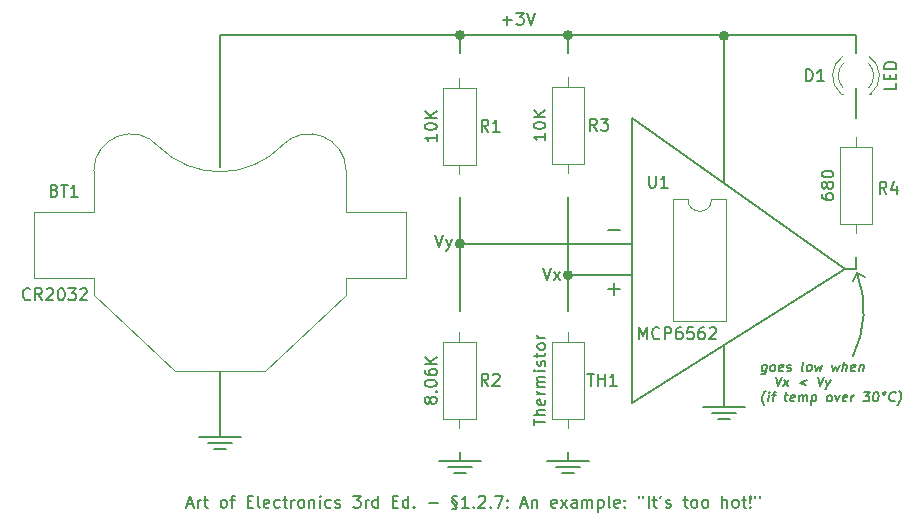
<source format=gbr>
%TF.GenerationSoftware,KiCad,Pcbnew,7.0.9-7.0.9~ubuntu22.04.1*%
%TF.CreationDate,2024-01-09T22:45:08-05:00*%
%TF.ProjectId,AoE_Too_Hot,416f455f-546f-46f5-9f48-6f742e6b6963,rev?*%
%TF.SameCoordinates,Original*%
%TF.FileFunction,Legend,Top*%
%TF.FilePolarity,Positive*%
%FSLAX46Y46*%
G04 Gerber Fmt 4.6, Leading zero omitted, Abs format (unit mm)*
G04 Created by KiCad (PCBNEW 7.0.9-7.0.9~ubuntu22.04.1) date 2024-01-09 22:45:08*
%MOMM*%
%LPD*%
G01*
G04 APERTURE LIST*
%ADD10C,0.150000*%
%ADD11C,0.459372*%
%ADD12C,0.120000*%
G04 APERTURE END LIST*
D10*
X140266922Y-88859961D02*
X140185969Y-89507580D01*
X140185969Y-89507580D02*
X140138350Y-89583771D01*
X140138350Y-89583771D02*
X140095493Y-89621866D01*
X140095493Y-89621866D02*
X140014541Y-89659961D01*
X140014541Y-89659961D02*
X139900255Y-89659961D01*
X139900255Y-89659961D02*
X139828826Y-89621866D01*
X140205017Y-89355200D02*
X140124064Y-89393295D01*
X140124064Y-89393295D02*
X139971684Y-89393295D01*
X139971684Y-89393295D02*
X139900255Y-89355200D01*
X139900255Y-89355200D02*
X139866922Y-89317104D01*
X139866922Y-89317104D02*
X139838350Y-89240914D01*
X139838350Y-89240914D02*
X139866922Y-89012342D01*
X139866922Y-89012342D02*
X139914541Y-88936152D01*
X139914541Y-88936152D02*
X139957398Y-88898057D01*
X139957398Y-88898057D02*
X140038350Y-88859961D01*
X140038350Y-88859961D02*
X140190731Y-88859961D01*
X140190731Y-88859961D02*
X140262160Y-88898057D01*
X140695494Y-89393295D02*
X140624065Y-89355200D01*
X140624065Y-89355200D02*
X140590732Y-89317104D01*
X140590732Y-89317104D02*
X140562160Y-89240914D01*
X140562160Y-89240914D02*
X140590732Y-89012342D01*
X140590732Y-89012342D02*
X140638351Y-88936152D01*
X140638351Y-88936152D02*
X140681208Y-88898057D01*
X140681208Y-88898057D02*
X140762160Y-88859961D01*
X140762160Y-88859961D02*
X140876446Y-88859961D01*
X140876446Y-88859961D02*
X140947874Y-88898057D01*
X140947874Y-88898057D02*
X140981208Y-88936152D01*
X140981208Y-88936152D02*
X141009779Y-89012342D01*
X141009779Y-89012342D02*
X140981208Y-89240914D01*
X140981208Y-89240914D02*
X140933589Y-89317104D01*
X140933589Y-89317104D02*
X140890732Y-89355200D01*
X140890732Y-89355200D02*
X140809779Y-89393295D01*
X140809779Y-89393295D02*
X140695494Y-89393295D01*
X141614542Y-89355200D02*
X141533589Y-89393295D01*
X141533589Y-89393295D02*
X141381208Y-89393295D01*
X141381208Y-89393295D02*
X141309780Y-89355200D01*
X141309780Y-89355200D02*
X141281208Y-89279009D01*
X141281208Y-89279009D02*
X141319304Y-88974247D01*
X141319304Y-88974247D02*
X141366923Y-88898057D01*
X141366923Y-88898057D02*
X141447875Y-88859961D01*
X141447875Y-88859961D02*
X141600256Y-88859961D01*
X141600256Y-88859961D02*
X141671684Y-88898057D01*
X141671684Y-88898057D02*
X141700256Y-88974247D01*
X141700256Y-88974247D02*
X141690732Y-89050438D01*
X141690732Y-89050438D02*
X141300256Y-89126628D01*
X141957398Y-89355200D02*
X142028827Y-89393295D01*
X142028827Y-89393295D02*
X142181208Y-89393295D01*
X142181208Y-89393295D02*
X142262160Y-89355200D01*
X142262160Y-89355200D02*
X142309779Y-89279009D01*
X142309779Y-89279009D02*
X142314541Y-89240914D01*
X142314541Y-89240914D02*
X142285970Y-89164723D01*
X142285970Y-89164723D02*
X142214541Y-89126628D01*
X142214541Y-89126628D02*
X142100256Y-89126628D01*
X142100256Y-89126628D02*
X142028827Y-89088533D01*
X142028827Y-89088533D02*
X142000256Y-89012342D01*
X142000256Y-89012342D02*
X142005018Y-88974247D01*
X142005018Y-88974247D02*
X142052637Y-88898057D01*
X142052637Y-88898057D02*
X142133589Y-88859961D01*
X142133589Y-88859961D02*
X142247875Y-88859961D01*
X142247875Y-88859961D02*
X142319303Y-88898057D01*
X143362161Y-89393295D02*
X143290732Y-89355200D01*
X143290732Y-89355200D02*
X143262161Y-89279009D01*
X143262161Y-89279009D02*
X143347875Y-88593295D01*
X143781209Y-89393295D02*
X143709780Y-89355200D01*
X143709780Y-89355200D02*
X143676447Y-89317104D01*
X143676447Y-89317104D02*
X143647875Y-89240914D01*
X143647875Y-89240914D02*
X143676447Y-89012342D01*
X143676447Y-89012342D02*
X143724066Y-88936152D01*
X143724066Y-88936152D02*
X143766923Y-88898057D01*
X143766923Y-88898057D02*
X143847875Y-88859961D01*
X143847875Y-88859961D02*
X143962161Y-88859961D01*
X143962161Y-88859961D02*
X144033589Y-88898057D01*
X144033589Y-88898057D02*
X144066923Y-88936152D01*
X144066923Y-88936152D02*
X144095494Y-89012342D01*
X144095494Y-89012342D02*
X144066923Y-89240914D01*
X144066923Y-89240914D02*
X144019304Y-89317104D01*
X144019304Y-89317104D02*
X143976447Y-89355200D01*
X143976447Y-89355200D02*
X143895494Y-89393295D01*
X143895494Y-89393295D02*
X143781209Y-89393295D01*
X144381209Y-88859961D02*
X144466923Y-89393295D01*
X144466923Y-89393295D02*
X144666923Y-89012342D01*
X144666923Y-89012342D02*
X144771685Y-89393295D01*
X144771685Y-89393295D02*
X144990733Y-88859961D01*
X145828828Y-88859961D02*
X145914542Y-89393295D01*
X145914542Y-89393295D02*
X146114542Y-89012342D01*
X146114542Y-89012342D02*
X146219304Y-89393295D01*
X146219304Y-89393295D02*
X146438352Y-88859961D01*
X146676447Y-89393295D02*
X146776447Y-88593295D01*
X147019304Y-89393295D02*
X147071685Y-88974247D01*
X147071685Y-88974247D02*
X147043113Y-88898057D01*
X147043113Y-88898057D02*
X146971685Y-88859961D01*
X146971685Y-88859961D02*
X146857399Y-88859961D01*
X146857399Y-88859961D02*
X146776447Y-88898057D01*
X146776447Y-88898057D02*
X146733590Y-88936152D01*
X147709781Y-89355200D02*
X147628828Y-89393295D01*
X147628828Y-89393295D02*
X147476447Y-89393295D01*
X147476447Y-89393295D02*
X147405019Y-89355200D01*
X147405019Y-89355200D02*
X147376447Y-89279009D01*
X147376447Y-89279009D02*
X147414543Y-88974247D01*
X147414543Y-88974247D02*
X147462162Y-88898057D01*
X147462162Y-88898057D02*
X147543114Y-88859961D01*
X147543114Y-88859961D02*
X147695495Y-88859961D01*
X147695495Y-88859961D02*
X147766923Y-88898057D01*
X147766923Y-88898057D02*
X147795495Y-88974247D01*
X147795495Y-88974247D02*
X147785971Y-89050438D01*
X147785971Y-89050438D02*
X147395495Y-89126628D01*
X148152637Y-88859961D02*
X148085971Y-89393295D01*
X148143114Y-88936152D02*
X148185971Y-88898057D01*
X148185971Y-88898057D02*
X148266923Y-88859961D01*
X148266923Y-88859961D02*
X148381209Y-88859961D01*
X148381209Y-88859961D02*
X148452637Y-88898057D01*
X148452637Y-88898057D02*
X148481209Y-88974247D01*
X148481209Y-88974247D02*
X148428828Y-89393295D01*
X141062160Y-89881295D02*
X141228827Y-90681295D01*
X141228827Y-90681295D02*
X141595493Y-89881295D01*
X141685969Y-90681295D02*
X142171684Y-90147961D01*
X141752636Y-90147961D02*
X142105017Y-90681295D01*
X143695493Y-90147961D02*
X143057398Y-90376533D01*
X143057398Y-90376533D02*
X143638350Y-90605104D01*
X144605017Y-89881295D02*
X144771684Y-90681295D01*
X144771684Y-90681295D02*
X145138350Y-89881295D01*
X145295493Y-90147961D02*
X145419303Y-90681295D01*
X145676445Y-90147961D02*
X145419303Y-90681295D01*
X145419303Y-90681295D02*
X145319303Y-90871771D01*
X145319303Y-90871771D02*
X145276445Y-90909866D01*
X145276445Y-90909866D02*
X145195493Y-90947961D01*
X140047874Y-92274057D02*
X140014541Y-92235961D01*
X140014541Y-92235961D02*
X139952636Y-92121676D01*
X139952636Y-92121676D02*
X139924064Y-92045485D01*
X139924064Y-92045485D02*
X139900255Y-91931200D01*
X139900255Y-91931200D02*
X139885969Y-91740723D01*
X139885969Y-91740723D02*
X139905017Y-91588342D01*
X139905017Y-91588342D02*
X139966922Y-91397866D01*
X139966922Y-91397866D02*
X140019303Y-91283580D01*
X140019303Y-91283580D02*
X140066922Y-91207390D01*
X140066922Y-91207390D02*
X140157398Y-91093104D01*
X140157398Y-91093104D02*
X140200255Y-91055009D01*
X140390731Y-91969295D02*
X140457397Y-91435961D01*
X140490731Y-91169295D02*
X140447874Y-91207390D01*
X140447874Y-91207390D02*
X140481207Y-91245485D01*
X140481207Y-91245485D02*
X140524064Y-91207390D01*
X140524064Y-91207390D02*
X140490731Y-91169295D01*
X140490731Y-91169295D02*
X140481207Y-91245485D01*
X140724064Y-91435961D02*
X141028826Y-91435961D01*
X140771683Y-91969295D02*
X140857397Y-91283580D01*
X140857397Y-91283580D02*
X140905016Y-91207390D01*
X140905016Y-91207390D02*
X140985969Y-91169295D01*
X140985969Y-91169295D02*
X141062159Y-91169295D01*
X141790731Y-91435961D02*
X142095493Y-91435961D01*
X141938350Y-91169295D02*
X141852636Y-91855009D01*
X141852636Y-91855009D02*
X141881207Y-91931200D01*
X141881207Y-91931200D02*
X141952636Y-91969295D01*
X141952636Y-91969295D02*
X142028826Y-91969295D01*
X142605017Y-91931200D02*
X142524064Y-91969295D01*
X142524064Y-91969295D02*
X142371683Y-91969295D01*
X142371683Y-91969295D02*
X142300255Y-91931200D01*
X142300255Y-91931200D02*
X142271683Y-91855009D01*
X142271683Y-91855009D02*
X142309779Y-91550247D01*
X142309779Y-91550247D02*
X142357398Y-91474057D01*
X142357398Y-91474057D02*
X142438350Y-91435961D01*
X142438350Y-91435961D02*
X142590731Y-91435961D01*
X142590731Y-91435961D02*
X142662159Y-91474057D01*
X142662159Y-91474057D02*
X142690731Y-91550247D01*
X142690731Y-91550247D02*
X142681207Y-91626438D01*
X142681207Y-91626438D02*
X142290731Y-91702628D01*
X142981207Y-91969295D02*
X143047873Y-91435961D01*
X143038350Y-91512152D02*
X143081207Y-91474057D01*
X143081207Y-91474057D02*
X143162159Y-91435961D01*
X143162159Y-91435961D02*
X143276445Y-91435961D01*
X143276445Y-91435961D02*
X143347873Y-91474057D01*
X143347873Y-91474057D02*
X143376445Y-91550247D01*
X143376445Y-91550247D02*
X143324064Y-91969295D01*
X143376445Y-91550247D02*
X143424064Y-91474057D01*
X143424064Y-91474057D02*
X143505016Y-91435961D01*
X143505016Y-91435961D02*
X143619302Y-91435961D01*
X143619302Y-91435961D02*
X143690731Y-91474057D01*
X143690731Y-91474057D02*
X143719302Y-91550247D01*
X143719302Y-91550247D02*
X143666921Y-91969295D01*
X144114540Y-91435961D02*
X144014540Y-92235961D01*
X144109779Y-91474057D02*
X144190731Y-91435961D01*
X144190731Y-91435961D02*
X144343112Y-91435961D01*
X144343112Y-91435961D02*
X144414540Y-91474057D01*
X144414540Y-91474057D02*
X144447874Y-91512152D01*
X144447874Y-91512152D02*
X144476445Y-91588342D01*
X144476445Y-91588342D02*
X144447874Y-91816914D01*
X144447874Y-91816914D02*
X144400255Y-91893104D01*
X144400255Y-91893104D02*
X144357398Y-91931200D01*
X144357398Y-91931200D02*
X144276445Y-91969295D01*
X144276445Y-91969295D02*
X144124064Y-91969295D01*
X144124064Y-91969295D02*
X144052636Y-91931200D01*
X145495494Y-91969295D02*
X145424065Y-91931200D01*
X145424065Y-91931200D02*
X145390732Y-91893104D01*
X145390732Y-91893104D02*
X145362160Y-91816914D01*
X145362160Y-91816914D02*
X145390732Y-91588342D01*
X145390732Y-91588342D02*
X145438351Y-91512152D01*
X145438351Y-91512152D02*
X145481208Y-91474057D01*
X145481208Y-91474057D02*
X145562160Y-91435961D01*
X145562160Y-91435961D02*
X145676446Y-91435961D01*
X145676446Y-91435961D02*
X145747874Y-91474057D01*
X145747874Y-91474057D02*
X145781208Y-91512152D01*
X145781208Y-91512152D02*
X145809779Y-91588342D01*
X145809779Y-91588342D02*
X145781208Y-91816914D01*
X145781208Y-91816914D02*
X145733589Y-91893104D01*
X145733589Y-91893104D02*
X145690732Y-91931200D01*
X145690732Y-91931200D02*
X145609779Y-91969295D01*
X145609779Y-91969295D02*
X145495494Y-91969295D01*
X146095494Y-91435961D02*
X146219304Y-91969295D01*
X146219304Y-91969295D02*
X146476446Y-91435961D01*
X147024066Y-91931200D02*
X146943113Y-91969295D01*
X146943113Y-91969295D02*
X146790732Y-91969295D01*
X146790732Y-91969295D02*
X146719304Y-91931200D01*
X146719304Y-91931200D02*
X146690732Y-91855009D01*
X146690732Y-91855009D02*
X146728828Y-91550247D01*
X146728828Y-91550247D02*
X146776447Y-91474057D01*
X146776447Y-91474057D02*
X146857399Y-91435961D01*
X146857399Y-91435961D02*
X147009780Y-91435961D01*
X147009780Y-91435961D02*
X147081208Y-91474057D01*
X147081208Y-91474057D02*
X147109780Y-91550247D01*
X147109780Y-91550247D02*
X147100256Y-91626438D01*
X147100256Y-91626438D02*
X146709780Y-91702628D01*
X147400256Y-91969295D02*
X147466922Y-91435961D01*
X147447875Y-91588342D02*
X147495494Y-91512152D01*
X147495494Y-91512152D02*
X147538351Y-91474057D01*
X147538351Y-91474057D02*
X147619303Y-91435961D01*
X147619303Y-91435961D02*
X147695494Y-91435961D01*
X148528827Y-91169295D02*
X149024065Y-91169295D01*
X149024065Y-91169295D02*
X148719304Y-91474057D01*
X148719304Y-91474057D02*
X148833589Y-91474057D01*
X148833589Y-91474057D02*
X148905018Y-91512152D01*
X148905018Y-91512152D02*
X148938351Y-91550247D01*
X148938351Y-91550247D02*
X148966923Y-91626438D01*
X148966923Y-91626438D02*
X148943113Y-91816914D01*
X148943113Y-91816914D02*
X148895494Y-91893104D01*
X148895494Y-91893104D02*
X148852637Y-91931200D01*
X148852637Y-91931200D02*
X148771684Y-91969295D01*
X148771684Y-91969295D02*
X148543113Y-91969295D01*
X148543113Y-91969295D02*
X148471684Y-91931200D01*
X148471684Y-91931200D02*
X148438351Y-91893104D01*
X149519304Y-91169295D02*
X149595494Y-91169295D01*
X149595494Y-91169295D02*
X149666923Y-91207390D01*
X149666923Y-91207390D02*
X149700256Y-91245485D01*
X149700256Y-91245485D02*
X149728828Y-91321676D01*
X149728828Y-91321676D02*
X149747875Y-91474057D01*
X149747875Y-91474057D02*
X149724066Y-91664533D01*
X149724066Y-91664533D02*
X149666923Y-91816914D01*
X149666923Y-91816914D02*
X149619304Y-91893104D01*
X149619304Y-91893104D02*
X149576447Y-91931200D01*
X149576447Y-91931200D02*
X149495494Y-91969295D01*
X149495494Y-91969295D02*
X149419304Y-91969295D01*
X149419304Y-91969295D02*
X149347875Y-91931200D01*
X149347875Y-91931200D02*
X149314542Y-91893104D01*
X149314542Y-91893104D02*
X149285970Y-91816914D01*
X149285970Y-91816914D02*
X149266923Y-91664533D01*
X149266923Y-91664533D02*
X149290732Y-91474057D01*
X149290732Y-91474057D02*
X149347875Y-91321676D01*
X149347875Y-91321676D02*
X149395494Y-91245485D01*
X149395494Y-91245485D02*
X149438351Y-91207390D01*
X149438351Y-91207390D02*
X149519304Y-91169295D01*
X150243114Y-91169295D02*
X150162161Y-91207390D01*
X150162161Y-91207390D02*
X150114542Y-91283580D01*
X150114542Y-91283580D02*
X150143114Y-91359771D01*
X150143114Y-91359771D02*
X150214542Y-91397866D01*
X150214542Y-91397866D02*
X150295494Y-91359771D01*
X150295494Y-91359771D02*
X150343114Y-91283580D01*
X150343114Y-91283580D02*
X150314542Y-91207390D01*
X150314542Y-91207390D02*
X150243114Y-91169295D01*
X151105018Y-91893104D02*
X151062161Y-91931200D01*
X151062161Y-91931200D02*
X150943114Y-91969295D01*
X150943114Y-91969295D02*
X150866923Y-91969295D01*
X150866923Y-91969295D02*
X150757399Y-91931200D01*
X150757399Y-91931200D02*
X150690733Y-91855009D01*
X150690733Y-91855009D02*
X150662161Y-91778819D01*
X150662161Y-91778819D02*
X150643114Y-91626438D01*
X150643114Y-91626438D02*
X150657399Y-91512152D01*
X150657399Y-91512152D02*
X150714542Y-91359771D01*
X150714542Y-91359771D02*
X150762161Y-91283580D01*
X150762161Y-91283580D02*
X150847876Y-91207390D01*
X150847876Y-91207390D02*
X150966923Y-91169295D01*
X150966923Y-91169295D02*
X151043114Y-91169295D01*
X151043114Y-91169295D02*
X151152638Y-91207390D01*
X151152638Y-91207390D02*
X151185971Y-91245485D01*
X151324066Y-92274057D02*
X151366923Y-92235961D01*
X151366923Y-92235961D02*
X151457399Y-92121676D01*
X151457399Y-92121676D02*
X151505018Y-92045485D01*
X151505018Y-92045485D02*
X151557399Y-91931200D01*
X151557399Y-91931200D02*
X151619304Y-91740723D01*
X151619304Y-91740723D02*
X151638352Y-91588342D01*
X151638352Y-91588342D02*
X151624066Y-91397866D01*
X151624066Y-91397866D02*
X151600257Y-91283580D01*
X151600257Y-91283580D02*
X151571685Y-91207390D01*
X151571685Y-91207390D02*
X151509780Y-91093104D01*
X151509780Y-91093104D02*
X151476447Y-91055009D01*
X148602719Y-81425839D02*
X147907279Y-81092560D01*
X147574000Y-81788000D02*
X147907279Y-81092560D01*
X147907279Y-81092560D02*
X147574000Y-81788000D01*
X147554613Y-88163540D02*
G75*
G03*
X147907278Y-81092560I-7873998J3937000D01*
G01*
X121351922Y-80657819D02*
X121685255Y-81657819D01*
X121685255Y-81657819D02*
X122018588Y-80657819D01*
X122256684Y-81657819D02*
X122780493Y-80991152D01*
X122256684Y-80991152D02*
X122780493Y-81657819D01*
X112207922Y-77863819D02*
X112541255Y-78863819D01*
X112541255Y-78863819D02*
X112874588Y-77863819D01*
X113112684Y-78197152D02*
X113350779Y-78863819D01*
X113588874Y-78197152D02*
X113350779Y-78863819D01*
X113350779Y-78863819D02*
X113255541Y-79101914D01*
X113255541Y-79101914D02*
X113207922Y-79149533D01*
X113207922Y-79149533D02*
X113112684Y-79197152D01*
D11*
X123673686Y-81280000D02*
G75*
G03*
X123673686Y-81280000I-229686J0D01*
G01*
X114529686Y-78613000D02*
G75*
G03*
X114529686Y-78613000I-229686J0D01*
G01*
X114529686Y-60960000D02*
G75*
G03*
X114529686Y-60960000I-229686J0D01*
G01*
X123673686Y-60960000D02*
G75*
G03*
X123673686Y-60960000I-229686J0D01*
G01*
X136881686Y-61010800D02*
G75*
G03*
X136881686Y-61010800I-229686J0D01*
G01*
D10*
X117938779Y-59686866D02*
X118700684Y-59686866D01*
X118319731Y-60067819D02*
X118319731Y-59305914D01*
X119081636Y-59067819D02*
X119700683Y-59067819D01*
X119700683Y-59067819D02*
X119367350Y-59448771D01*
X119367350Y-59448771D02*
X119510207Y-59448771D01*
X119510207Y-59448771D02*
X119605445Y-59496390D01*
X119605445Y-59496390D02*
X119653064Y-59544009D01*
X119653064Y-59544009D02*
X119700683Y-59639247D01*
X119700683Y-59639247D02*
X119700683Y-59877342D01*
X119700683Y-59877342D02*
X119653064Y-59972580D01*
X119653064Y-59972580D02*
X119605445Y-60020200D01*
X119605445Y-60020200D02*
X119510207Y-60067819D01*
X119510207Y-60067819D02*
X119224493Y-60067819D01*
X119224493Y-60067819D02*
X119129255Y-60020200D01*
X119129255Y-60020200D02*
X119081636Y-59972580D01*
X119986398Y-59067819D02*
X120319731Y-60067819D01*
X120319731Y-60067819D02*
X120653064Y-59067819D01*
X127381000Y-82931000D02*
X127381000Y-81915000D01*
X126873000Y-82423000D02*
X127889000Y-82423000D01*
X126873000Y-77470000D02*
X127889000Y-77470000D01*
X128905000Y-81280000D02*
X123444000Y-81280000D01*
X114300000Y-78613000D02*
X128905000Y-78613000D01*
X136652000Y-87249000D02*
X136652000Y-91694000D01*
X136144000Y-93472000D02*
X137160000Y-93472000D01*
X136652000Y-91694000D02*
X136652000Y-92456000D01*
X134874000Y-92456000D02*
X138430000Y-92456000D01*
X135636000Y-92964000D02*
X137668000Y-92964000D01*
X122936000Y-98044000D02*
X123952000Y-98044000D01*
X123444000Y-96266000D02*
X123444000Y-97028000D01*
X121666000Y-97028000D02*
X125222000Y-97028000D01*
X122428000Y-97536000D02*
X124460000Y-97536000D01*
X114300000Y-96266000D02*
X114300000Y-97028000D01*
X93472000Y-96012000D02*
X94488000Y-96012000D01*
X92202000Y-94996000D02*
X95758000Y-94996000D01*
X92964000Y-95504000D02*
X94996000Y-95504000D01*
X113284000Y-97536000D02*
X115316000Y-97536000D01*
X113792000Y-98044000D02*
X114808000Y-98044000D01*
X112522000Y-97028000D02*
X116078000Y-97028000D01*
X93980000Y-89370000D02*
X93980000Y-94996000D01*
X147828000Y-80772000D02*
X146939000Y-80772000D01*
X147828000Y-79756000D02*
X147828000Y-80772000D01*
X93980000Y-60960000D02*
X93980000Y-72136000D01*
X123444000Y-74676000D02*
X123444000Y-84328000D01*
X114300000Y-74676000D02*
X114300000Y-84328000D01*
X146939000Y-80772000D02*
X128905000Y-67945000D01*
X128905000Y-92075000D02*
X146939000Y-80772000D01*
X128905000Y-67945000D02*
X128905000Y-92075000D01*
X147828000Y-65430000D02*
X147828000Y-67970000D01*
X147828000Y-60960000D02*
X147828000Y-62484000D01*
X130810000Y-60960000D02*
X147828000Y-60960000D01*
X123444000Y-60960000D02*
X123444000Y-62484000D01*
X114300000Y-60960000D02*
X114300000Y-62484000D01*
X136652000Y-61010800D02*
X136652000Y-73406000D01*
X93980000Y-60960000D02*
X130810000Y-60960000D01*
X91221160Y-100676104D02*
X91697350Y-100676104D01*
X91125922Y-100961819D02*
X91459255Y-99961819D01*
X91459255Y-99961819D02*
X91792588Y-100961819D01*
X92125922Y-100961819D02*
X92125922Y-100295152D01*
X92125922Y-100485628D02*
X92173541Y-100390390D01*
X92173541Y-100390390D02*
X92221160Y-100342771D01*
X92221160Y-100342771D02*
X92316398Y-100295152D01*
X92316398Y-100295152D02*
X92411636Y-100295152D01*
X92602113Y-100295152D02*
X92983065Y-100295152D01*
X92744970Y-99961819D02*
X92744970Y-100818961D01*
X92744970Y-100818961D02*
X92792589Y-100914200D01*
X92792589Y-100914200D02*
X92887827Y-100961819D01*
X92887827Y-100961819D02*
X92983065Y-100961819D01*
X94221161Y-100961819D02*
X94125923Y-100914200D01*
X94125923Y-100914200D02*
X94078304Y-100866580D01*
X94078304Y-100866580D02*
X94030685Y-100771342D01*
X94030685Y-100771342D02*
X94030685Y-100485628D01*
X94030685Y-100485628D02*
X94078304Y-100390390D01*
X94078304Y-100390390D02*
X94125923Y-100342771D01*
X94125923Y-100342771D02*
X94221161Y-100295152D01*
X94221161Y-100295152D02*
X94364018Y-100295152D01*
X94364018Y-100295152D02*
X94459256Y-100342771D01*
X94459256Y-100342771D02*
X94506875Y-100390390D01*
X94506875Y-100390390D02*
X94554494Y-100485628D01*
X94554494Y-100485628D02*
X94554494Y-100771342D01*
X94554494Y-100771342D02*
X94506875Y-100866580D01*
X94506875Y-100866580D02*
X94459256Y-100914200D01*
X94459256Y-100914200D02*
X94364018Y-100961819D01*
X94364018Y-100961819D02*
X94221161Y-100961819D01*
X94840209Y-100295152D02*
X95221161Y-100295152D01*
X94983066Y-100961819D02*
X94983066Y-100104676D01*
X94983066Y-100104676D02*
X95030685Y-100009438D01*
X95030685Y-100009438D02*
X95125923Y-99961819D01*
X95125923Y-99961819D02*
X95221161Y-99961819D01*
X96316400Y-100438009D02*
X96649733Y-100438009D01*
X96792590Y-100961819D02*
X96316400Y-100961819D01*
X96316400Y-100961819D02*
X96316400Y-99961819D01*
X96316400Y-99961819D02*
X96792590Y-99961819D01*
X97364019Y-100961819D02*
X97268781Y-100914200D01*
X97268781Y-100914200D02*
X97221162Y-100818961D01*
X97221162Y-100818961D02*
X97221162Y-99961819D01*
X98125924Y-100914200D02*
X98030686Y-100961819D01*
X98030686Y-100961819D02*
X97840210Y-100961819D01*
X97840210Y-100961819D02*
X97744972Y-100914200D01*
X97744972Y-100914200D02*
X97697353Y-100818961D01*
X97697353Y-100818961D02*
X97697353Y-100438009D01*
X97697353Y-100438009D02*
X97744972Y-100342771D01*
X97744972Y-100342771D02*
X97840210Y-100295152D01*
X97840210Y-100295152D02*
X98030686Y-100295152D01*
X98030686Y-100295152D02*
X98125924Y-100342771D01*
X98125924Y-100342771D02*
X98173543Y-100438009D01*
X98173543Y-100438009D02*
X98173543Y-100533247D01*
X98173543Y-100533247D02*
X97697353Y-100628485D01*
X99030686Y-100914200D02*
X98935448Y-100961819D01*
X98935448Y-100961819D02*
X98744972Y-100961819D01*
X98744972Y-100961819D02*
X98649734Y-100914200D01*
X98649734Y-100914200D02*
X98602115Y-100866580D01*
X98602115Y-100866580D02*
X98554496Y-100771342D01*
X98554496Y-100771342D02*
X98554496Y-100485628D01*
X98554496Y-100485628D02*
X98602115Y-100390390D01*
X98602115Y-100390390D02*
X98649734Y-100342771D01*
X98649734Y-100342771D02*
X98744972Y-100295152D01*
X98744972Y-100295152D02*
X98935448Y-100295152D01*
X98935448Y-100295152D02*
X99030686Y-100342771D01*
X99316401Y-100295152D02*
X99697353Y-100295152D01*
X99459258Y-99961819D02*
X99459258Y-100818961D01*
X99459258Y-100818961D02*
X99506877Y-100914200D01*
X99506877Y-100914200D02*
X99602115Y-100961819D01*
X99602115Y-100961819D02*
X99697353Y-100961819D01*
X100030687Y-100961819D02*
X100030687Y-100295152D01*
X100030687Y-100485628D02*
X100078306Y-100390390D01*
X100078306Y-100390390D02*
X100125925Y-100342771D01*
X100125925Y-100342771D02*
X100221163Y-100295152D01*
X100221163Y-100295152D02*
X100316401Y-100295152D01*
X100792592Y-100961819D02*
X100697354Y-100914200D01*
X100697354Y-100914200D02*
X100649735Y-100866580D01*
X100649735Y-100866580D02*
X100602116Y-100771342D01*
X100602116Y-100771342D02*
X100602116Y-100485628D01*
X100602116Y-100485628D02*
X100649735Y-100390390D01*
X100649735Y-100390390D02*
X100697354Y-100342771D01*
X100697354Y-100342771D02*
X100792592Y-100295152D01*
X100792592Y-100295152D02*
X100935449Y-100295152D01*
X100935449Y-100295152D02*
X101030687Y-100342771D01*
X101030687Y-100342771D02*
X101078306Y-100390390D01*
X101078306Y-100390390D02*
X101125925Y-100485628D01*
X101125925Y-100485628D02*
X101125925Y-100771342D01*
X101125925Y-100771342D02*
X101078306Y-100866580D01*
X101078306Y-100866580D02*
X101030687Y-100914200D01*
X101030687Y-100914200D02*
X100935449Y-100961819D01*
X100935449Y-100961819D02*
X100792592Y-100961819D01*
X101554497Y-100295152D02*
X101554497Y-100961819D01*
X101554497Y-100390390D02*
X101602116Y-100342771D01*
X101602116Y-100342771D02*
X101697354Y-100295152D01*
X101697354Y-100295152D02*
X101840211Y-100295152D01*
X101840211Y-100295152D02*
X101935449Y-100342771D01*
X101935449Y-100342771D02*
X101983068Y-100438009D01*
X101983068Y-100438009D02*
X101983068Y-100961819D01*
X102459259Y-100961819D02*
X102459259Y-100295152D01*
X102459259Y-99961819D02*
X102411640Y-100009438D01*
X102411640Y-100009438D02*
X102459259Y-100057057D01*
X102459259Y-100057057D02*
X102506878Y-100009438D01*
X102506878Y-100009438D02*
X102459259Y-99961819D01*
X102459259Y-99961819D02*
X102459259Y-100057057D01*
X103364020Y-100914200D02*
X103268782Y-100961819D01*
X103268782Y-100961819D02*
X103078306Y-100961819D01*
X103078306Y-100961819D02*
X102983068Y-100914200D01*
X102983068Y-100914200D02*
X102935449Y-100866580D01*
X102935449Y-100866580D02*
X102887830Y-100771342D01*
X102887830Y-100771342D02*
X102887830Y-100485628D01*
X102887830Y-100485628D02*
X102935449Y-100390390D01*
X102935449Y-100390390D02*
X102983068Y-100342771D01*
X102983068Y-100342771D02*
X103078306Y-100295152D01*
X103078306Y-100295152D02*
X103268782Y-100295152D01*
X103268782Y-100295152D02*
X103364020Y-100342771D01*
X103744973Y-100914200D02*
X103840211Y-100961819D01*
X103840211Y-100961819D02*
X104030687Y-100961819D01*
X104030687Y-100961819D02*
X104125925Y-100914200D01*
X104125925Y-100914200D02*
X104173544Y-100818961D01*
X104173544Y-100818961D02*
X104173544Y-100771342D01*
X104173544Y-100771342D02*
X104125925Y-100676104D01*
X104125925Y-100676104D02*
X104030687Y-100628485D01*
X104030687Y-100628485D02*
X103887830Y-100628485D01*
X103887830Y-100628485D02*
X103792592Y-100580866D01*
X103792592Y-100580866D02*
X103744973Y-100485628D01*
X103744973Y-100485628D02*
X103744973Y-100438009D01*
X103744973Y-100438009D02*
X103792592Y-100342771D01*
X103792592Y-100342771D02*
X103887830Y-100295152D01*
X103887830Y-100295152D02*
X104030687Y-100295152D01*
X104030687Y-100295152D02*
X104125925Y-100342771D01*
X105268783Y-99961819D02*
X105887830Y-99961819D01*
X105887830Y-99961819D02*
X105554497Y-100342771D01*
X105554497Y-100342771D02*
X105697354Y-100342771D01*
X105697354Y-100342771D02*
X105792592Y-100390390D01*
X105792592Y-100390390D02*
X105840211Y-100438009D01*
X105840211Y-100438009D02*
X105887830Y-100533247D01*
X105887830Y-100533247D02*
X105887830Y-100771342D01*
X105887830Y-100771342D02*
X105840211Y-100866580D01*
X105840211Y-100866580D02*
X105792592Y-100914200D01*
X105792592Y-100914200D02*
X105697354Y-100961819D01*
X105697354Y-100961819D02*
X105411640Y-100961819D01*
X105411640Y-100961819D02*
X105316402Y-100914200D01*
X105316402Y-100914200D02*
X105268783Y-100866580D01*
X106316402Y-100961819D02*
X106316402Y-100295152D01*
X106316402Y-100485628D02*
X106364021Y-100390390D01*
X106364021Y-100390390D02*
X106411640Y-100342771D01*
X106411640Y-100342771D02*
X106506878Y-100295152D01*
X106506878Y-100295152D02*
X106602116Y-100295152D01*
X107364021Y-100961819D02*
X107364021Y-99961819D01*
X107364021Y-100914200D02*
X107268783Y-100961819D01*
X107268783Y-100961819D02*
X107078307Y-100961819D01*
X107078307Y-100961819D02*
X106983069Y-100914200D01*
X106983069Y-100914200D02*
X106935450Y-100866580D01*
X106935450Y-100866580D02*
X106887831Y-100771342D01*
X106887831Y-100771342D02*
X106887831Y-100485628D01*
X106887831Y-100485628D02*
X106935450Y-100390390D01*
X106935450Y-100390390D02*
X106983069Y-100342771D01*
X106983069Y-100342771D02*
X107078307Y-100295152D01*
X107078307Y-100295152D02*
X107268783Y-100295152D01*
X107268783Y-100295152D02*
X107364021Y-100342771D01*
X108602117Y-100438009D02*
X108935450Y-100438009D01*
X109078307Y-100961819D02*
X108602117Y-100961819D01*
X108602117Y-100961819D02*
X108602117Y-99961819D01*
X108602117Y-99961819D02*
X109078307Y-99961819D01*
X109935450Y-100961819D02*
X109935450Y-99961819D01*
X109935450Y-100914200D02*
X109840212Y-100961819D01*
X109840212Y-100961819D02*
X109649736Y-100961819D01*
X109649736Y-100961819D02*
X109554498Y-100914200D01*
X109554498Y-100914200D02*
X109506879Y-100866580D01*
X109506879Y-100866580D02*
X109459260Y-100771342D01*
X109459260Y-100771342D02*
X109459260Y-100485628D01*
X109459260Y-100485628D02*
X109506879Y-100390390D01*
X109506879Y-100390390D02*
X109554498Y-100342771D01*
X109554498Y-100342771D02*
X109649736Y-100295152D01*
X109649736Y-100295152D02*
X109840212Y-100295152D01*
X109840212Y-100295152D02*
X109935450Y-100342771D01*
X110411641Y-100866580D02*
X110459260Y-100914200D01*
X110459260Y-100914200D02*
X110411641Y-100961819D01*
X110411641Y-100961819D02*
X110364022Y-100914200D01*
X110364022Y-100914200D02*
X110411641Y-100866580D01*
X110411641Y-100866580D02*
X110411641Y-100961819D01*
X111649736Y-100580866D02*
X112411641Y-100580866D01*
X113649736Y-101057057D02*
X113744974Y-101104676D01*
X113744974Y-101104676D02*
X113887831Y-101104676D01*
X113887831Y-101104676D02*
X113983069Y-101057057D01*
X113983069Y-101057057D02*
X114030688Y-100961819D01*
X114030688Y-100961819D02*
X113983069Y-100866580D01*
X113983069Y-100866580D02*
X113697355Y-100580866D01*
X113697355Y-100580866D02*
X113649736Y-100485628D01*
X113649736Y-100485628D02*
X113649736Y-100438009D01*
X113649736Y-100438009D02*
X113697355Y-100342771D01*
X113697355Y-100342771D02*
X113792593Y-100295152D01*
X114030688Y-100009438D02*
X113935450Y-99961819D01*
X113935450Y-99961819D02*
X113792593Y-99961819D01*
X113792593Y-99961819D02*
X113697355Y-100009438D01*
X113697355Y-100009438D02*
X113649736Y-100104676D01*
X113649736Y-100104676D02*
X113697355Y-100199914D01*
X113697355Y-100199914D02*
X113983069Y-100485628D01*
X113983069Y-100485628D02*
X114030688Y-100580866D01*
X114030688Y-100580866D02*
X114030688Y-100628485D01*
X114030688Y-100628485D02*
X113983069Y-100723723D01*
X113983069Y-100723723D02*
X113887831Y-100771342D01*
X115030688Y-100961819D02*
X114459260Y-100961819D01*
X114744974Y-100961819D02*
X114744974Y-99961819D01*
X114744974Y-99961819D02*
X114649736Y-100104676D01*
X114649736Y-100104676D02*
X114554498Y-100199914D01*
X114554498Y-100199914D02*
X114459260Y-100247533D01*
X115459260Y-100866580D02*
X115506879Y-100914200D01*
X115506879Y-100914200D02*
X115459260Y-100961819D01*
X115459260Y-100961819D02*
X115411641Y-100914200D01*
X115411641Y-100914200D02*
X115459260Y-100866580D01*
X115459260Y-100866580D02*
X115459260Y-100961819D01*
X115887831Y-100057057D02*
X115935450Y-100009438D01*
X115935450Y-100009438D02*
X116030688Y-99961819D01*
X116030688Y-99961819D02*
X116268783Y-99961819D01*
X116268783Y-99961819D02*
X116364021Y-100009438D01*
X116364021Y-100009438D02*
X116411640Y-100057057D01*
X116411640Y-100057057D02*
X116459259Y-100152295D01*
X116459259Y-100152295D02*
X116459259Y-100247533D01*
X116459259Y-100247533D02*
X116411640Y-100390390D01*
X116411640Y-100390390D02*
X115840212Y-100961819D01*
X115840212Y-100961819D02*
X116459259Y-100961819D01*
X116887831Y-100866580D02*
X116935450Y-100914200D01*
X116935450Y-100914200D02*
X116887831Y-100961819D01*
X116887831Y-100961819D02*
X116840212Y-100914200D01*
X116840212Y-100914200D02*
X116887831Y-100866580D01*
X116887831Y-100866580D02*
X116887831Y-100961819D01*
X117268783Y-99961819D02*
X117935449Y-99961819D01*
X117935449Y-99961819D02*
X117506878Y-100961819D01*
X118316402Y-100866580D02*
X118364021Y-100914200D01*
X118364021Y-100914200D02*
X118316402Y-100961819D01*
X118316402Y-100961819D02*
X118268783Y-100914200D01*
X118268783Y-100914200D02*
X118316402Y-100866580D01*
X118316402Y-100866580D02*
X118316402Y-100961819D01*
X118316402Y-100342771D02*
X118364021Y-100390390D01*
X118364021Y-100390390D02*
X118316402Y-100438009D01*
X118316402Y-100438009D02*
X118268783Y-100390390D01*
X118268783Y-100390390D02*
X118316402Y-100342771D01*
X118316402Y-100342771D02*
X118316402Y-100438009D01*
X119506878Y-100676104D02*
X119983068Y-100676104D01*
X119411640Y-100961819D02*
X119744973Y-99961819D01*
X119744973Y-99961819D02*
X120078306Y-100961819D01*
X120411640Y-100295152D02*
X120411640Y-100961819D01*
X120411640Y-100390390D02*
X120459259Y-100342771D01*
X120459259Y-100342771D02*
X120554497Y-100295152D01*
X120554497Y-100295152D02*
X120697354Y-100295152D01*
X120697354Y-100295152D02*
X120792592Y-100342771D01*
X120792592Y-100342771D02*
X120840211Y-100438009D01*
X120840211Y-100438009D02*
X120840211Y-100961819D01*
X122459259Y-100914200D02*
X122364021Y-100961819D01*
X122364021Y-100961819D02*
X122173545Y-100961819D01*
X122173545Y-100961819D02*
X122078307Y-100914200D01*
X122078307Y-100914200D02*
X122030688Y-100818961D01*
X122030688Y-100818961D02*
X122030688Y-100438009D01*
X122030688Y-100438009D02*
X122078307Y-100342771D01*
X122078307Y-100342771D02*
X122173545Y-100295152D01*
X122173545Y-100295152D02*
X122364021Y-100295152D01*
X122364021Y-100295152D02*
X122459259Y-100342771D01*
X122459259Y-100342771D02*
X122506878Y-100438009D01*
X122506878Y-100438009D02*
X122506878Y-100533247D01*
X122506878Y-100533247D02*
X122030688Y-100628485D01*
X122840212Y-100961819D02*
X123364021Y-100295152D01*
X122840212Y-100295152D02*
X123364021Y-100961819D01*
X124173545Y-100961819D02*
X124173545Y-100438009D01*
X124173545Y-100438009D02*
X124125926Y-100342771D01*
X124125926Y-100342771D02*
X124030688Y-100295152D01*
X124030688Y-100295152D02*
X123840212Y-100295152D01*
X123840212Y-100295152D02*
X123744974Y-100342771D01*
X124173545Y-100914200D02*
X124078307Y-100961819D01*
X124078307Y-100961819D02*
X123840212Y-100961819D01*
X123840212Y-100961819D02*
X123744974Y-100914200D01*
X123744974Y-100914200D02*
X123697355Y-100818961D01*
X123697355Y-100818961D02*
X123697355Y-100723723D01*
X123697355Y-100723723D02*
X123744974Y-100628485D01*
X123744974Y-100628485D02*
X123840212Y-100580866D01*
X123840212Y-100580866D02*
X124078307Y-100580866D01*
X124078307Y-100580866D02*
X124173545Y-100533247D01*
X124649736Y-100961819D02*
X124649736Y-100295152D01*
X124649736Y-100390390D02*
X124697355Y-100342771D01*
X124697355Y-100342771D02*
X124792593Y-100295152D01*
X124792593Y-100295152D02*
X124935450Y-100295152D01*
X124935450Y-100295152D02*
X125030688Y-100342771D01*
X125030688Y-100342771D02*
X125078307Y-100438009D01*
X125078307Y-100438009D02*
X125078307Y-100961819D01*
X125078307Y-100438009D02*
X125125926Y-100342771D01*
X125125926Y-100342771D02*
X125221164Y-100295152D01*
X125221164Y-100295152D02*
X125364021Y-100295152D01*
X125364021Y-100295152D02*
X125459260Y-100342771D01*
X125459260Y-100342771D02*
X125506879Y-100438009D01*
X125506879Y-100438009D02*
X125506879Y-100961819D01*
X125983069Y-100295152D02*
X125983069Y-101295152D01*
X125983069Y-100342771D02*
X126078307Y-100295152D01*
X126078307Y-100295152D02*
X126268783Y-100295152D01*
X126268783Y-100295152D02*
X126364021Y-100342771D01*
X126364021Y-100342771D02*
X126411640Y-100390390D01*
X126411640Y-100390390D02*
X126459259Y-100485628D01*
X126459259Y-100485628D02*
X126459259Y-100771342D01*
X126459259Y-100771342D02*
X126411640Y-100866580D01*
X126411640Y-100866580D02*
X126364021Y-100914200D01*
X126364021Y-100914200D02*
X126268783Y-100961819D01*
X126268783Y-100961819D02*
X126078307Y-100961819D01*
X126078307Y-100961819D02*
X125983069Y-100914200D01*
X127030688Y-100961819D02*
X126935450Y-100914200D01*
X126935450Y-100914200D02*
X126887831Y-100818961D01*
X126887831Y-100818961D02*
X126887831Y-99961819D01*
X127792593Y-100914200D02*
X127697355Y-100961819D01*
X127697355Y-100961819D02*
X127506879Y-100961819D01*
X127506879Y-100961819D02*
X127411641Y-100914200D01*
X127411641Y-100914200D02*
X127364022Y-100818961D01*
X127364022Y-100818961D02*
X127364022Y-100438009D01*
X127364022Y-100438009D02*
X127411641Y-100342771D01*
X127411641Y-100342771D02*
X127506879Y-100295152D01*
X127506879Y-100295152D02*
X127697355Y-100295152D01*
X127697355Y-100295152D02*
X127792593Y-100342771D01*
X127792593Y-100342771D02*
X127840212Y-100438009D01*
X127840212Y-100438009D02*
X127840212Y-100533247D01*
X127840212Y-100533247D02*
X127364022Y-100628485D01*
X128268784Y-100866580D02*
X128316403Y-100914200D01*
X128316403Y-100914200D02*
X128268784Y-100961819D01*
X128268784Y-100961819D02*
X128221165Y-100914200D01*
X128221165Y-100914200D02*
X128268784Y-100866580D01*
X128268784Y-100866580D02*
X128268784Y-100961819D01*
X128268784Y-100342771D02*
X128316403Y-100390390D01*
X128316403Y-100390390D02*
X128268784Y-100438009D01*
X128268784Y-100438009D02*
X128221165Y-100390390D01*
X128221165Y-100390390D02*
X128268784Y-100342771D01*
X128268784Y-100342771D02*
X128268784Y-100438009D01*
X129459260Y-99961819D02*
X129459260Y-100152295D01*
X129840212Y-99961819D02*
X129840212Y-100152295D01*
X130268784Y-100961819D02*
X130268784Y-99961819D01*
X130602117Y-100295152D02*
X130983069Y-100295152D01*
X130744974Y-99961819D02*
X130744974Y-100818961D01*
X130744974Y-100818961D02*
X130792593Y-100914200D01*
X130792593Y-100914200D02*
X130887831Y-100961819D01*
X130887831Y-100961819D02*
X130983069Y-100961819D01*
X131364022Y-99961819D02*
X131268784Y-100152295D01*
X131744974Y-100914200D02*
X131840212Y-100961819D01*
X131840212Y-100961819D02*
X132030688Y-100961819D01*
X132030688Y-100961819D02*
X132125926Y-100914200D01*
X132125926Y-100914200D02*
X132173545Y-100818961D01*
X132173545Y-100818961D02*
X132173545Y-100771342D01*
X132173545Y-100771342D02*
X132125926Y-100676104D01*
X132125926Y-100676104D02*
X132030688Y-100628485D01*
X132030688Y-100628485D02*
X131887831Y-100628485D01*
X131887831Y-100628485D02*
X131792593Y-100580866D01*
X131792593Y-100580866D02*
X131744974Y-100485628D01*
X131744974Y-100485628D02*
X131744974Y-100438009D01*
X131744974Y-100438009D02*
X131792593Y-100342771D01*
X131792593Y-100342771D02*
X131887831Y-100295152D01*
X131887831Y-100295152D02*
X132030688Y-100295152D01*
X132030688Y-100295152D02*
X132125926Y-100342771D01*
X133221165Y-100295152D02*
X133602117Y-100295152D01*
X133364022Y-99961819D02*
X133364022Y-100818961D01*
X133364022Y-100818961D02*
X133411641Y-100914200D01*
X133411641Y-100914200D02*
X133506879Y-100961819D01*
X133506879Y-100961819D02*
X133602117Y-100961819D01*
X134078308Y-100961819D02*
X133983070Y-100914200D01*
X133983070Y-100914200D02*
X133935451Y-100866580D01*
X133935451Y-100866580D02*
X133887832Y-100771342D01*
X133887832Y-100771342D02*
X133887832Y-100485628D01*
X133887832Y-100485628D02*
X133935451Y-100390390D01*
X133935451Y-100390390D02*
X133983070Y-100342771D01*
X133983070Y-100342771D02*
X134078308Y-100295152D01*
X134078308Y-100295152D02*
X134221165Y-100295152D01*
X134221165Y-100295152D02*
X134316403Y-100342771D01*
X134316403Y-100342771D02*
X134364022Y-100390390D01*
X134364022Y-100390390D02*
X134411641Y-100485628D01*
X134411641Y-100485628D02*
X134411641Y-100771342D01*
X134411641Y-100771342D02*
X134364022Y-100866580D01*
X134364022Y-100866580D02*
X134316403Y-100914200D01*
X134316403Y-100914200D02*
X134221165Y-100961819D01*
X134221165Y-100961819D02*
X134078308Y-100961819D01*
X134983070Y-100961819D02*
X134887832Y-100914200D01*
X134887832Y-100914200D02*
X134840213Y-100866580D01*
X134840213Y-100866580D02*
X134792594Y-100771342D01*
X134792594Y-100771342D02*
X134792594Y-100485628D01*
X134792594Y-100485628D02*
X134840213Y-100390390D01*
X134840213Y-100390390D02*
X134887832Y-100342771D01*
X134887832Y-100342771D02*
X134983070Y-100295152D01*
X134983070Y-100295152D02*
X135125927Y-100295152D01*
X135125927Y-100295152D02*
X135221165Y-100342771D01*
X135221165Y-100342771D02*
X135268784Y-100390390D01*
X135268784Y-100390390D02*
X135316403Y-100485628D01*
X135316403Y-100485628D02*
X135316403Y-100771342D01*
X135316403Y-100771342D02*
X135268784Y-100866580D01*
X135268784Y-100866580D02*
X135221165Y-100914200D01*
X135221165Y-100914200D02*
X135125927Y-100961819D01*
X135125927Y-100961819D02*
X134983070Y-100961819D01*
X136506880Y-100961819D02*
X136506880Y-99961819D01*
X136935451Y-100961819D02*
X136935451Y-100438009D01*
X136935451Y-100438009D02*
X136887832Y-100342771D01*
X136887832Y-100342771D02*
X136792594Y-100295152D01*
X136792594Y-100295152D02*
X136649737Y-100295152D01*
X136649737Y-100295152D02*
X136554499Y-100342771D01*
X136554499Y-100342771D02*
X136506880Y-100390390D01*
X137554499Y-100961819D02*
X137459261Y-100914200D01*
X137459261Y-100914200D02*
X137411642Y-100866580D01*
X137411642Y-100866580D02*
X137364023Y-100771342D01*
X137364023Y-100771342D02*
X137364023Y-100485628D01*
X137364023Y-100485628D02*
X137411642Y-100390390D01*
X137411642Y-100390390D02*
X137459261Y-100342771D01*
X137459261Y-100342771D02*
X137554499Y-100295152D01*
X137554499Y-100295152D02*
X137697356Y-100295152D01*
X137697356Y-100295152D02*
X137792594Y-100342771D01*
X137792594Y-100342771D02*
X137840213Y-100390390D01*
X137840213Y-100390390D02*
X137887832Y-100485628D01*
X137887832Y-100485628D02*
X137887832Y-100771342D01*
X137887832Y-100771342D02*
X137840213Y-100866580D01*
X137840213Y-100866580D02*
X137792594Y-100914200D01*
X137792594Y-100914200D02*
X137697356Y-100961819D01*
X137697356Y-100961819D02*
X137554499Y-100961819D01*
X138173547Y-100295152D02*
X138554499Y-100295152D01*
X138316404Y-99961819D02*
X138316404Y-100818961D01*
X138316404Y-100818961D02*
X138364023Y-100914200D01*
X138364023Y-100914200D02*
X138459261Y-100961819D01*
X138459261Y-100961819D02*
X138554499Y-100961819D01*
X138887833Y-100866580D02*
X138935452Y-100914200D01*
X138935452Y-100914200D02*
X138887833Y-100961819D01*
X138887833Y-100961819D02*
X138840214Y-100914200D01*
X138840214Y-100914200D02*
X138887833Y-100866580D01*
X138887833Y-100866580D02*
X138887833Y-100961819D01*
X138887833Y-100580866D02*
X138840214Y-100009438D01*
X138840214Y-100009438D02*
X138887833Y-99961819D01*
X138887833Y-99961819D02*
X138935452Y-100009438D01*
X138935452Y-100009438D02*
X138887833Y-100580866D01*
X138887833Y-100580866D02*
X138887833Y-99961819D01*
X139316404Y-99961819D02*
X139316404Y-100152295D01*
X139697356Y-99961819D02*
X139697356Y-100152295D01*
X79986285Y-74099009D02*
X80129142Y-74146628D01*
X80129142Y-74146628D02*
X80176761Y-74194247D01*
X80176761Y-74194247D02*
X80224380Y-74289485D01*
X80224380Y-74289485D02*
X80224380Y-74432342D01*
X80224380Y-74432342D02*
X80176761Y-74527580D01*
X80176761Y-74527580D02*
X80129142Y-74575200D01*
X80129142Y-74575200D02*
X80033904Y-74622819D01*
X80033904Y-74622819D02*
X79652952Y-74622819D01*
X79652952Y-74622819D02*
X79652952Y-73622819D01*
X79652952Y-73622819D02*
X79986285Y-73622819D01*
X79986285Y-73622819D02*
X80081523Y-73670438D01*
X80081523Y-73670438D02*
X80129142Y-73718057D01*
X80129142Y-73718057D02*
X80176761Y-73813295D01*
X80176761Y-73813295D02*
X80176761Y-73908533D01*
X80176761Y-73908533D02*
X80129142Y-74003771D01*
X80129142Y-74003771D02*
X80081523Y-74051390D01*
X80081523Y-74051390D02*
X79986285Y-74099009D01*
X79986285Y-74099009D02*
X79652952Y-74099009D01*
X80510095Y-73622819D02*
X81081523Y-73622819D01*
X80795809Y-74622819D02*
X80795809Y-73622819D01*
X81938666Y-74622819D02*
X81367238Y-74622819D01*
X81652952Y-74622819D02*
X81652952Y-73622819D01*
X81652952Y-73622819D02*
X81557714Y-73765676D01*
X81557714Y-73765676D02*
X81462476Y-73860914D01*
X81462476Y-73860914D02*
X81367238Y-73908533D01*
X77914761Y-83290580D02*
X77867142Y-83338200D01*
X77867142Y-83338200D02*
X77724285Y-83385819D01*
X77724285Y-83385819D02*
X77629047Y-83385819D01*
X77629047Y-83385819D02*
X77486190Y-83338200D01*
X77486190Y-83338200D02*
X77390952Y-83242961D01*
X77390952Y-83242961D02*
X77343333Y-83147723D01*
X77343333Y-83147723D02*
X77295714Y-82957247D01*
X77295714Y-82957247D02*
X77295714Y-82814390D01*
X77295714Y-82814390D02*
X77343333Y-82623914D01*
X77343333Y-82623914D02*
X77390952Y-82528676D01*
X77390952Y-82528676D02*
X77486190Y-82433438D01*
X77486190Y-82433438D02*
X77629047Y-82385819D01*
X77629047Y-82385819D02*
X77724285Y-82385819D01*
X77724285Y-82385819D02*
X77867142Y-82433438D01*
X77867142Y-82433438D02*
X77914761Y-82481057D01*
X78914761Y-83385819D02*
X78581428Y-82909628D01*
X78343333Y-83385819D02*
X78343333Y-82385819D01*
X78343333Y-82385819D02*
X78724285Y-82385819D01*
X78724285Y-82385819D02*
X78819523Y-82433438D01*
X78819523Y-82433438D02*
X78867142Y-82481057D01*
X78867142Y-82481057D02*
X78914761Y-82576295D01*
X78914761Y-82576295D02*
X78914761Y-82719152D01*
X78914761Y-82719152D02*
X78867142Y-82814390D01*
X78867142Y-82814390D02*
X78819523Y-82862009D01*
X78819523Y-82862009D02*
X78724285Y-82909628D01*
X78724285Y-82909628D02*
X78343333Y-82909628D01*
X79295714Y-82481057D02*
X79343333Y-82433438D01*
X79343333Y-82433438D02*
X79438571Y-82385819D01*
X79438571Y-82385819D02*
X79676666Y-82385819D01*
X79676666Y-82385819D02*
X79771904Y-82433438D01*
X79771904Y-82433438D02*
X79819523Y-82481057D01*
X79819523Y-82481057D02*
X79867142Y-82576295D01*
X79867142Y-82576295D02*
X79867142Y-82671533D01*
X79867142Y-82671533D02*
X79819523Y-82814390D01*
X79819523Y-82814390D02*
X79248095Y-83385819D01*
X79248095Y-83385819D02*
X79867142Y-83385819D01*
X80486190Y-82385819D02*
X80581428Y-82385819D01*
X80581428Y-82385819D02*
X80676666Y-82433438D01*
X80676666Y-82433438D02*
X80724285Y-82481057D01*
X80724285Y-82481057D02*
X80771904Y-82576295D01*
X80771904Y-82576295D02*
X80819523Y-82766771D01*
X80819523Y-82766771D02*
X80819523Y-83004866D01*
X80819523Y-83004866D02*
X80771904Y-83195342D01*
X80771904Y-83195342D02*
X80724285Y-83290580D01*
X80724285Y-83290580D02*
X80676666Y-83338200D01*
X80676666Y-83338200D02*
X80581428Y-83385819D01*
X80581428Y-83385819D02*
X80486190Y-83385819D01*
X80486190Y-83385819D02*
X80390952Y-83338200D01*
X80390952Y-83338200D02*
X80343333Y-83290580D01*
X80343333Y-83290580D02*
X80295714Y-83195342D01*
X80295714Y-83195342D02*
X80248095Y-83004866D01*
X80248095Y-83004866D02*
X80248095Y-82766771D01*
X80248095Y-82766771D02*
X80295714Y-82576295D01*
X80295714Y-82576295D02*
X80343333Y-82481057D01*
X80343333Y-82481057D02*
X80390952Y-82433438D01*
X80390952Y-82433438D02*
X80486190Y-82385819D01*
X81152857Y-82385819D02*
X81771904Y-82385819D01*
X81771904Y-82385819D02*
X81438571Y-82766771D01*
X81438571Y-82766771D02*
X81581428Y-82766771D01*
X81581428Y-82766771D02*
X81676666Y-82814390D01*
X81676666Y-82814390D02*
X81724285Y-82862009D01*
X81724285Y-82862009D02*
X81771904Y-82957247D01*
X81771904Y-82957247D02*
X81771904Y-83195342D01*
X81771904Y-83195342D02*
X81724285Y-83290580D01*
X81724285Y-83290580D02*
X81676666Y-83338200D01*
X81676666Y-83338200D02*
X81581428Y-83385819D01*
X81581428Y-83385819D02*
X81295714Y-83385819D01*
X81295714Y-83385819D02*
X81200476Y-83338200D01*
X81200476Y-83338200D02*
X81152857Y-83290580D01*
X82152857Y-82481057D02*
X82200476Y-82433438D01*
X82200476Y-82433438D02*
X82295714Y-82385819D01*
X82295714Y-82385819D02*
X82533809Y-82385819D01*
X82533809Y-82385819D02*
X82629047Y-82433438D01*
X82629047Y-82433438D02*
X82676666Y-82481057D01*
X82676666Y-82481057D02*
X82724285Y-82576295D01*
X82724285Y-82576295D02*
X82724285Y-82671533D01*
X82724285Y-82671533D02*
X82676666Y-82814390D01*
X82676666Y-82814390D02*
X82105238Y-83385819D01*
X82105238Y-83385819D02*
X82724285Y-83385819D01*
X143589905Y-64843819D02*
X143589905Y-63843819D01*
X143589905Y-63843819D02*
X143828000Y-63843819D01*
X143828000Y-63843819D02*
X143970857Y-63891438D01*
X143970857Y-63891438D02*
X144066095Y-63986676D01*
X144066095Y-63986676D02*
X144113714Y-64081914D01*
X144113714Y-64081914D02*
X144161333Y-64272390D01*
X144161333Y-64272390D02*
X144161333Y-64415247D01*
X144161333Y-64415247D02*
X144113714Y-64605723D01*
X144113714Y-64605723D02*
X144066095Y-64700961D01*
X144066095Y-64700961D02*
X143970857Y-64796200D01*
X143970857Y-64796200D02*
X143828000Y-64843819D01*
X143828000Y-64843819D02*
X143589905Y-64843819D01*
X145113714Y-64843819D02*
X144542286Y-64843819D01*
X144828000Y-64843819D02*
X144828000Y-63843819D01*
X144828000Y-63843819D02*
X144732762Y-63986676D01*
X144732762Y-63986676D02*
X144637524Y-64081914D01*
X144637524Y-64081914D02*
X144542286Y-64129533D01*
X151242819Y-65031857D02*
X151242819Y-65508047D01*
X151242819Y-65508047D02*
X150242819Y-65508047D01*
X150719009Y-64698523D02*
X150719009Y-64365190D01*
X151242819Y-64222333D02*
X151242819Y-64698523D01*
X151242819Y-64698523D02*
X150242819Y-64698523D01*
X150242819Y-64698523D02*
X150242819Y-64222333D01*
X151242819Y-63793761D02*
X150242819Y-63793761D01*
X150242819Y-63793761D02*
X150242819Y-63555666D01*
X150242819Y-63555666D02*
X150290438Y-63412809D01*
X150290438Y-63412809D02*
X150385676Y-63317571D01*
X150385676Y-63317571D02*
X150480914Y-63269952D01*
X150480914Y-63269952D02*
X150671390Y-63222333D01*
X150671390Y-63222333D02*
X150814247Y-63222333D01*
X150814247Y-63222333D02*
X151004723Y-63269952D01*
X151004723Y-63269952D02*
X151099961Y-63317571D01*
X151099961Y-63317571D02*
X151195200Y-63412809D01*
X151195200Y-63412809D02*
X151242819Y-63555666D01*
X151242819Y-63555666D02*
X151242819Y-63793761D01*
X130302095Y-72860819D02*
X130302095Y-73670342D01*
X130302095Y-73670342D02*
X130349714Y-73765580D01*
X130349714Y-73765580D02*
X130397333Y-73813200D01*
X130397333Y-73813200D02*
X130492571Y-73860819D01*
X130492571Y-73860819D02*
X130683047Y-73860819D01*
X130683047Y-73860819D02*
X130778285Y-73813200D01*
X130778285Y-73813200D02*
X130825904Y-73765580D01*
X130825904Y-73765580D02*
X130873523Y-73670342D01*
X130873523Y-73670342D02*
X130873523Y-72860819D01*
X131873523Y-73860819D02*
X131302095Y-73860819D01*
X131587809Y-73860819D02*
X131587809Y-72860819D01*
X131587809Y-72860819D02*
X131492571Y-73003676D01*
X131492571Y-73003676D02*
X131397333Y-73098914D01*
X131397333Y-73098914D02*
X131302095Y-73146533D01*
X129476905Y-86687819D02*
X129476905Y-85687819D01*
X129476905Y-85687819D02*
X129810238Y-86402104D01*
X129810238Y-86402104D02*
X130143571Y-85687819D01*
X130143571Y-85687819D02*
X130143571Y-86687819D01*
X131191190Y-86592580D02*
X131143571Y-86640200D01*
X131143571Y-86640200D02*
X131000714Y-86687819D01*
X131000714Y-86687819D02*
X130905476Y-86687819D01*
X130905476Y-86687819D02*
X130762619Y-86640200D01*
X130762619Y-86640200D02*
X130667381Y-86544961D01*
X130667381Y-86544961D02*
X130619762Y-86449723D01*
X130619762Y-86449723D02*
X130572143Y-86259247D01*
X130572143Y-86259247D02*
X130572143Y-86116390D01*
X130572143Y-86116390D02*
X130619762Y-85925914D01*
X130619762Y-85925914D02*
X130667381Y-85830676D01*
X130667381Y-85830676D02*
X130762619Y-85735438D01*
X130762619Y-85735438D02*
X130905476Y-85687819D01*
X130905476Y-85687819D02*
X131000714Y-85687819D01*
X131000714Y-85687819D02*
X131143571Y-85735438D01*
X131143571Y-85735438D02*
X131191190Y-85783057D01*
X131619762Y-86687819D02*
X131619762Y-85687819D01*
X131619762Y-85687819D02*
X132000714Y-85687819D01*
X132000714Y-85687819D02*
X132095952Y-85735438D01*
X132095952Y-85735438D02*
X132143571Y-85783057D01*
X132143571Y-85783057D02*
X132191190Y-85878295D01*
X132191190Y-85878295D02*
X132191190Y-86021152D01*
X132191190Y-86021152D02*
X132143571Y-86116390D01*
X132143571Y-86116390D02*
X132095952Y-86164009D01*
X132095952Y-86164009D02*
X132000714Y-86211628D01*
X132000714Y-86211628D02*
X131619762Y-86211628D01*
X133048333Y-85687819D02*
X132857857Y-85687819D01*
X132857857Y-85687819D02*
X132762619Y-85735438D01*
X132762619Y-85735438D02*
X132715000Y-85783057D01*
X132715000Y-85783057D02*
X132619762Y-85925914D01*
X132619762Y-85925914D02*
X132572143Y-86116390D01*
X132572143Y-86116390D02*
X132572143Y-86497342D01*
X132572143Y-86497342D02*
X132619762Y-86592580D01*
X132619762Y-86592580D02*
X132667381Y-86640200D01*
X132667381Y-86640200D02*
X132762619Y-86687819D01*
X132762619Y-86687819D02*
X132953095Y-86687819D01*
X132953095Y-86687819D02*
X133048333Y-86640200D01*
X133048333Y-86640200D02*
X133095952Y-86592580D01*
X133095952Y-86592580D02*
X133143571Y-86497342D01*
X133143571Y-86497342D02*
X133143571Y-86259247D01*
X133143571Y-86259247D02*
X133095952Y-86164009D01*
X133095952Y-86164009D02*
X133048333Y-86116390D01*
X133048333Y-86116390D02*
X132953095Y-86068771D01*
X132953095Y-86068771D02*
X132762619Y-86068771D01*
X132762619Y-86068771D02*
X132667381Y-86116390D01*
X132667381Y-86116390D02*
X132619762Y-86164009D01*
X132619762Y-86164009D02*
X132572143Y-86259247D01*
X134048333Y-85687819D02*
X133572143Y-85687819D01*
X133572143Y-85687819D02*
X133524524Y-86164009D01*
X133524524Y-86164009D02*
X133572143Y-86116390D01*
X133572143Y-86116390D02*
X133667381Y-86068771D01*
X133667381Y-86068771D02*
X133905476Y-86068771D01*
X133905476Y-86068771D02*
X134000714Y-86116390D01*
X134000714Y-86116390D02*
X134048333Y-86164009D01*
X134048333Y-86164009D02*
X134095952Y-86259247D01*
X134095952Y-86259247D02*
X134095952Y-86497342D01*
X134095952Y-86497342D02*
X134048333Y-86592580D01*
X134048333Y-86592580D02*
X134000714Y-86640200D01*
X134000714Y-86640200D02*
X133905476Y-86687819D01*
X133905476Y-86687819D02*
X133667381Y-86687819D01*
X133667381Y-86687819D02*
X133572143Y-86640200D01*
X133572143Y-86640200D02*
X133524524Y-86592580D01*
X134953095Y-85687819D02*
X134762619Y-85687819D01*
X134762619Y-85687819D02*
X134667381Y-85735438D01*
X134667381Y-85735438D02*
X134619762Y-85783057D01*
X134619762Y-85783057D02*
X134524524Y-85925914D01*
X134524524Y-85925914D02*
X134476905Y-86116390D01*
X134476905Y-86116390D02*
X134476905Y-86497342D01*
X134476905Y-86497342D02*
X134524524Y-86592580D01*
X134524524Y-86592580D02*
X134572143Y-86640200D01*
X134572143Y-86640200D02*
X134667381Y-86687819D01*
X134667381Y-86687819D02*
X134857857Y-86687819D01*
X134857857Y-86687819D02*
X134953095Y-86640200D01*
X134953095Y-86640200D02*
X135000714Y-86592580D01*
X135000714Y-86592580D02*
X135048333Y-86497342D01*
X135048333Y-86497342D02*
X135048333Y-86259247D01*
X135048333Y-86259247D02*
X135000714Y-86164009D01*
X135000714Y-86164009D02*
X134953095Y-86116390D01*
X134953095Y-86116390D02*
X134857857Y-86068771D01*
X134857857Y-86068771D02*
X134667381Y-86068771D01*
X134667381Y-86068771D02*
X134572143Y-86116390D01*
X134572143Y-86116390D02*
X134524524Y-86164009D01*
X134524524Y-86164009D02*
X134476905Y-86259247D01*
X135429286Y-85783057D02*
X135476905Y-85735438D01*
X135476905Y-85735438D02*
X135572143Y-85687819D01*
X135572143Y-85687819D02*
X135810238Y-85687819D01*
X135810238Y-85687819D02*
X135905476Y-85735438D01*
X135905476Y-85735438D02*
X135953095Y-85783057D01*
X135953095Y-85783057D02*
X136000714Y-85878295D01*
X136000714Y-85878295D02*
X136000714Y-85973533D01*
X136000714Y-85973533D02*
X135953095Y-86116390D01*
X135953095Y-86116390D02*
X135381667Y-86687819D01*
X135381667Y-86687819D02*
X136000714Y-86687819D01*
X125079286Y-89624819D02*
X125650714Y-89624819D01*
X125365000Y-90624819D02*
X125365000Y-89624819D01*
X125984048Y-90624819D02*
X125984048Y-89624819D01*
X125984048Y-90101009D02*
X126555476Y-90101009D01*
X126555476Y-90624819D02*
X126555476Y-89624819D01*
X127555476Y-90624819D02*
X126984048Y-90624819D01*
X127269762Y-90624819D02*
X127269762Y-89624819D01*
X127269762Y-89624819D02*
X127174524Y-89767676D01*
X127174524Y-89767676D02*
X127079286Y-89862914D01*
X127079286Y-89862914D02*
X126984048Y-89910533D01*
X120528819Y-94003333D02*
X120528819Y-93431905D01*
X121528819Y-93717619D02*
X120528819Y-93717619D01*
X121528819Y-93098571D02*
X120528819Y-93098571D01*
X121528819Y-92670000D02*
X121005009Y-92670000D01*
X121005009Y-92670000D02*
X120909771Y-92717619D01*
X120909771Y-92717619D02*
X120862152Y-92812857D01*
X120862152Y-92812857D02*
X120862152Y-92955714D01*
X120862152Y-92955714D02*
X120909771Y-93050952D01*
X120909771Y-93050952D02*
X120957390Y-93098571D01*
X121481200Y-91812857D02*
X121528819Y-91908095D01*
X121528819Y-91908095D02*
X121528819Y-92098571D01*
X121528819Y-92098571D02*
X121481200Y-92193809D01*
X121481200Y-92193809D02*
X121385961Y-92241428D01*
X121385961Y-92241428D02*
X121005009Y-92241428D01*
X121005009Y-92241428D02*
X120909771Y-92193809D01*
X120909771Y-92193809D02*
X120862152Y-92098571D01*
X120862152Y-92098571D02*
X120862152Y-91908095D01*
X120862152Y-91908095D02*
X120909771Y-91812857D01*
X120909771Y-91812857D02*
X121005009Y-91765238D01*
X121005009Y-91765238D02*
X121100247Y-91765238D01*
X121100247Y-91765238D02*
X121195485Y-92241428D01*
X121528819Y-91336666D02*
X120862152Y-91336666D01*
X121052628Y-91336666D02*
X120957390Y-91289047D01*
X120957390Y-91289047D02*
X120909771Y-91241428D01*
X120909771Y-91241428D02*
X120862152Y-91146190D01*
X120862152Y-91146190D02*
X120862152Y-91050952D01*
X121528819Y-90717618D02*
X120862152Y-90717618D01*
X120957390Y-90717618D02*
X120909771Y-90669999D01*
X120909771Y-90669999D02*
X120862152Y-90574761D01*
X120862152Y-90574761D02*
X120862152Y-90431904D01*
X120862152Y-90431904D02*
X120909771Y-90336666D01*
X120909771Y-90336666D02*
X121005009Y-90289047D01*
X121005009Y-90289047D02*
X121528819Y-90289047D01*
X121005009Y-90289047D02*
X120909771Y-90241428D01*
X120909771Y-90241428D02*
X120862152Y-90146190D01*
X120862152Y-90146190D02*
X120862152Y-90003333D01*
X120862152Y-90003333D02*
X120909771Y-89908094D01*
X120909771Y-89908094D02*
X121005009Y-89860475D01*
X121005009Y-89860475D02*
X121528819Y-89860475D01*
X121528819Y-89384285D02*
X120862152Y-89384285D01*
X120528819Y-89384285D02*
X120576438Y-89431904D01*
X120576438Y-89431904D02*
X120624057Y-89384285D01*
X120624057Y-89384285D02*
X120576438Y-89336666D01*
X120576438Y-89336666D02*
X120528819Y-89384285D01*
X120528819Y-89384285D02*
X120624057Y-89384285D01*
X121481200Y-88955714D02*
X121528819Y-88860476D01*
X121528819Y-88860476D02*
X121528819Y-88670000D01*
X121528819Y-88670000D02*
X121481200Y-88574762D01*
X121481200Y-88574762D02*
X121385961Y-88527143D01*
X121385961Y-88527143D02*
X121338342Y-88527143D01*
X121338342Y-88527143D02*
X121243104Y-88574762D01*
X121243104Y-88574762D02*
X121195485Y-88670000D01*
X121195485Y-88670000D02*
X121195485Y-88812857D01*
X121195485Y-88812857D02*
X121147866Y-88908095D01*
X121147866Y-88908095D02*
X121052628Y-88955714D01*
X121052628Y-88955714D02*
X121005009Y-88955714D01*
X121005009Y-88955714D02*
X120909771Y-88908095D01*
X120909771Y-88908095D02*
X120862152Y-88812857D01*
X120862152Y-88812857D02*
X120862152Y-88670000D01*
X120862152Y-88670000D02*
X120909771Y-88574762D01*
X120862152Y-88241428D02*
X120862152Y-87860476D01*
X120528819Y-88098571D02*
X121385961Y-88098571D01*
X121385961Y-88098571D02*
X121481200Y-88050952D01*
X121481200Y-88050952D02*
X121528819Y-87955714D01*
X121528819Y-87955714D02*
X121528819Y-87860476D01*
X121528819Y-87384285D02*
X121481200Y-87479523D01*
X121481200Y-87479523D02*
X121433580Y-87527142D01*
X121433580Y-87527142D02*
X121338342Y-87574761D01*
X121338342Y-87574761D02*
X121052628Y-87574761D01*
X121052628Y-87574761D02*
X120957390Y-87527142D01*
X120957390Y-87527142D02*
X120909771Y-87479523D01*
X120909771Y-87479523D02*
X120862152Y-87384285D01*
X120862152Y-87384285D02*
X120862152Y-87241428D01*
X120862152Y-87241428D02*
X120909771Y-87146190D01*
X120909771Y-87146190D02*
X120957390Y-87098571D01*
X120957390Y-87098571D02*
X121052628Y-87050952D01*
X121052628Y-87050952D02*
X121338342Y-87050952D01*
X121338342Y-87050952D02*
X121433580Y-87098571D01*
X121433580Y-87098571D02*
X121481200Y-87146190D01*
X121481200Y-87146190D02*
X121528819Y-87241428D01*
X121528819Y-87241428D02*
X121528819Y-87384285D01*
X121528819Y-86622380D02*
X120862152Y-86622380D01*
X121052628Y-86622380D02*
X120957390Y-86574761D01*
X120957390Y-86574761D02*
X120909771Y-86527142D01*
X120909771Y-86527142D02*
X120862152Y-86431904D01*
X120862152Y-86431904D02*
X120862152Y-86336666D01*
X116703333Y-69114819D02*
X116370000Y-68638628D01*
X116131905Y-69114819D02*
X116131905Y-68114819D01*
X116131905Y-68114819D02*
X116512857Y-68114819D01*
X116512857Y-68114819D02*
X116608095Y-68162438D01*
X116608095Y-68162438D02*
X116655714Y-68210057D01*
X116655714Y-68210057D02*
X116703333Y-68305295D01*
X116703333Y-68305295D02*
X116703333Y-68448152D01*
X116703333Y-68448152D02*
X116655714Y-68543390D01*
X116655714Y-68543390D02*
X116608095Y-68591009D01*
X116608095Y-68591009D02*
X116512857Y-68638628D01*
X116512857Y-68638628D02*
X116131905Y-68638628D01*
X117655714Y-69114819D02*
X117084286Y-69114819D01*
X117370000Y-69114819D02*
X117370000Y-68114819D01*
X117370000Y-68114819D02*
X117274762Y-68257676D01*
X117274762Y-68257676D02*
X117179524Y-68352914D01*
X117179524Y-68352914D02*
X117084286Y-68400533D01*
X112334819Y-69350476D02*
X112334819Y-69921904D01*
X112334819Y-69636190D02*
X111334819Y-69636190D01*
X111334819Y-69636190D02*
X111477676Y-69731428D01*
X111477676Y-69731428D02*
X111572914Y-69826666D01*
X111572914Y-69826666D02*
X111620533Y-69921904D01*
X111334819Y-68731428D02*
X111334819Y-68636190D01*
X111334819Y-68636190D02*
X111382438Y-68540952D01*
X111382438Y-68540952D02*
X111430057Y-68493333D01*
X111430057Y-68493333D02*
X111525295Y-68445714D01*
X111525295Y-68445714D02*
X111715771Y-68398095D01*
X111715771Y-68398095D02*
X111953866Y-68398095D01*
X111953866Y-68398095D02*
X112144342Y-68445714D01*
X112144342Y-68445714D02*
X112239580Y-68493333D01*
X112239580Y-68493333D02*
X112287200Y-68540952D01*
X112287200Y-68540952D02*
X112334819Y-68636190D01*
X112334819Y-68636190D02*
X112334819Y-68731428D01*
X112334819Y-68731428D02*
X112287200Y-68826666D01*
X112287200Y-68826666D02*
X112239580Y-68874285D01*
X112239580Y-68874285D02*
X112144342Y-68921904D01*
X112144342Y-68921904D02*
X111953866Y-68969523D01*
X111953866Y-68969523D02*
X111715771Y-68969523D01*
X111715771Y-68969523D02*
X111525295Y-68921904D01*
X111525295Y-68921904D02*
X111430057Y-68874285D01*
X111430057Y-68874285D02*
X111382438Y-68826666D01*
X111382438Y-68826666D02*
X111334819Y-68731428D01*
X112334819Y-67969523D02*
X111334819Y-67969523D01*
X112334819Y-67398095D02*
X111763390Y-67826666D01*
X111334819Y-67398095D02*
X111906247Y-67969523D01*
X150411333Y-74364819D02*
X150078000Y-73888628D01*
X149839905Y-74364819D02*
X149839905Y-73364819D01*
X149839905Y-73364819D02*
X150220857Y-73364819D01*
X150220857Y-73364819D02*
X150316095Y-73412438D01*
X150316095Y-73412438D02*
X150363714Y-73460057D01*
X150363714Y-73460057D02*
X150411333Y-73555295D01*
X150411333Y-73555295D02*
X150411333Y-73698152D01*
X150411333Y-73698152D02*
X150363714Y-73793390D01*
X150363714Y-73793390D02*
X150316095Y-73841009D01*
X150316095Y-73841009D02*
X150220857Y-73888628D01*
X150220857Y-73888628D02*
X149839905Y-73888628D01*
X151268476Y-73698152D02*
X151268476Y-74364819D01*
X151030381Y-73317200D02*
X150792286Y-74031485D01*
X150792286Y-74031485D02*
X151411333Y-74031485D01*
X144912819Y-74421904D02*
X144912819Y-74612380D01*
X144912819Y-74612380D02*
X144960438Y-74707618D01*
X144960438Y-74707618D02*
X145008057Y-74755237D01*
X145008057Y-74755237D02*
X145150914Y-74850475D01*
X145150914Y-74850475D02*
X145341390Y-74898094D01*
X145341390Y-74898094D02*
X145722342Y-74898094D01*
X145722342Y-74898094D02*
X145817580Y-74850475D01*
X145817580Y-74850475D02*
X145865200Y-74802856D01*
X145865200Y-74802856D02*
X145912819Y-74707618D01*
X145912819Y-74707618D02*
X145912819Y-74517142D01*
X145912819Y-74517142D02*
X145865200Y-74421904D01*
X145865200Y-74421904D02*
X145817580Y-74374285D01*
X145817580Y-74374285D02*
X145722342Y-74326666D01*
X145722342Y-74326666D02*
X145484247Y-74326666D01*
X145484247Y-74326666D02*
X145389009Y-74374285D01*
X145389009Y-74374285D02*
X145341390Y-74421904D01*
X145341390Y-74421904D02*
X145293771Y-74517142D01*
X145293771Y-74517142D02*
X145293771Y-74707618D01*
X145293771Y-74707618D02*
X145341390Y-74802856D01*
X145341390Y-74802856D02*
X145389009Y-74850475D01*
X145389009Y-74850475D02*
X145484247Y-74898094D01*
X145341390Y-73755237D02*
X145293771Y-73850475D01*
X145293771Y-73850475D02*
X145246152Y-73898094D01*
X145246152Y-73898094D02*
X145150914Y-73945713D01*
X145150914Y-73945713D02*
X145103295Y-73945713D01*
X145103295Y-73945713D02*
X145008057Y-73898094D01*
X145008057Y-73898094D02*
X144960438Y-73850475D01*
X144960438Y-73850475D02*
X144912819Y-73755237D01*
X144912819Y-73755237D02*
X144912819Y-73564761D01*
X144912819Y-73564761D02*
X144960438Y-73469523D01*
X144960438Y-73469523D02*
X145008057Y-73421904D01*
X145008057Y-73421904D02*
X145103295Y-73374285D01*
X145103295Y-73374285D02*
X145150914Y-73374285D01*
X145150914Y-73374285D02*
X145246152Y-73421904D01*
X145246152Y-73421904D02*
X145293771Y-73469523D01*
X145293771Y-73469523D02*
X145341390Y-73564761D01*
X145341390Y-73564761D02*
X145341390Y-73755237D01*
X145341390Y-73755237D02*
X145389009Y-73850475D01*
X145389009Y-73850475D02*
X145436628Y-73898094D01*
X145436628Y-73898094D02*
X145531866Y-73945713D01*
X145531866Y-73945713D02*
X145722342Y-73945713D01*
X145722342Y-73945713D02*
X145817580Y-73898094D01*
X145817580Y-73898094D02*
X145865200Y-73850475D01*
X145865200Y-73850475D02*
X145912819Y-73755237D01*
X145912819Y-73755237D02*
X145912819Y-73564761D01*
X145912819Y-73564761D02*
X145865200Y-73469523D01*
X145865200Y-73469523D02*
X145817580Y-73421904D01*
X145817580Y-73421904D02*
X145722342Y-73374285D01*
X145722342Y-73374285D02*
X145531866Y-73374285D01*
X145531866Y-73374285D02*
X145436628Y-73421904D01*
X145436628Y-73421904D02*
X145389009Y-73469523D01*
X145389009Y-73469523D02*
X145341390Y-73564761D01*
X144912819Y-72755237D02*
X144912819Y-72659999D01*
X144912819Y-72659999D02*
X144960438Y-72564761D01*
X144960438Y-72564761D02*
X145008057Y-72517142D01*
X145008057Y-72517142D02*
X145103295Y-72469523D01*
X145103295Y-72469523D02*
X145293771Y-72421904D01*
X145293771Y-72421904D02*
X145531866Y-72421904D01*
X145531866Y-72421904D02*
X145722342Y-72469523D01*
X145722342Y-72469523D02*
X145817580Y-72517142D01*
X145817580Y-72517142D02*
X145865200Y-72564761D01*
X145865200Y-72564761D02*
X145912819Y-72659999D01*
X145912819Y-72659999D02*
X145912819Y-72755237D01*
X145912819Y-72755237D02*
X145865200Y-72850475D01*
X145865200Y-72850475D02*
X145817580Y-72898094D01*
X145817580Y-72898094D02*
X145722342Y-72945713D01*
X145722342Y-72945713D02*
X145531866Y-72993332D01*
X145531866Y-72993332D02*
X145293771Y-72993332D01*
X145293771Y-72993332D02*
X145103295Y-72945713D01*
X145103295Y-72945713D02*
X145008057Y-72898094D01*
X145008057Y-72898094D02*
X144960438Y-72850475D01*
X144960438Y-72850475D02*
X144912819Y-72755237D01*
X116703333Y-90624819D02*
X116370000Y-90148628D01*
X116131905Y-90624819D02*
X116131905Y-89624819D01*
X116131905Y-89624819D02*
X116512857Y-89624819D01*
X116512857Y-89624819D02*
X116608095Y-89672438D01*
X116608095Y-89672438D02*
X116655714Y-89720057D01*
X116655714Y-89720057D02*
X116703333Y-89815295D01*
X116703333Y-89815295D02*
X116703333Y-89958152D01*
X116703333Y-89958152D02*
X116655714Y-90053390D01*
X116655714Y-90053390D02*
X116608095Y-90101009D01*
X116608095Y-90101009D02*
X116512857Y-90148628D01*
X116512857Y-90148628D02*
X116131905Y-90148628D01*
X117084286Y-89720057D02*
X117131905Y-89672438D01*
X117131905Y-89672438D02*
X117227143Y-89624819D01*
X117227143Y-89624819D02*
X117465238Y-89624819D01*
X117465238Y-89624819D02*
X117560476Y-89672438D01*
X117560476Y-89672438D02*
X117608095Y-89720057D01*
X117608095Y-89720057D02*
X117655714Y-89815295D01*
X117655714Y-89815295D02*
X117655714Y-89910533D01*
X117655714Y-89910533D02*
X117608095Y-90053390D01*
X117608095Y-90053390D02*
X117036667Y-90624819D01*
X117036667Y-90624819D02*
X117655714Y-90624819D01*
X111763390Y-91955713D02*
X111715771Y-92050951D01*
X111715771Y-92050951D02*
X111668152Y-92098570D01*
X111668152Y-92098570D02*
X111572914Y-92146189D01*
X111572914Y-92146189D02*
X111525295Y-92146189D01*
X111525295Y-92146189D02*
X111430057Y-92098570D01*
X111430057Y-92098570D02*
X111382438Y-92050951D01*
X111382438Y-92050951D02*
X111334819Y-91955713D01*
X111334819Y-91955713D02*
X111334819Y-91765237D01*
X111334819Y-91765237D02*
X111382438Y-91669999D01*
X111382438Y-91669999D02*
X111430057Y-91622380D01*
X111430057Y-91622380D02*
X111525295Y-91574761D01*
X111525295Y-91574761D02*
X111572914Y-91574761D01*
X111572914Y-91574761D02*
X111668152Y-91622380D01*
X111668152Y-91622380D02*
X111715771Y-91669999D01*
X111715771Y-91669999D02*
X111763390Y-91765237D01*
X111763390Y-91765237D02*
X111763390Y-91955713D01*
X111763390Y-91955713D02*
X111811009Y-92050951D01*
X111811009Y-92050951D02*
X111858628Y-92098570D01*
X111858628Y-92098570D02*
X111953866Y-92146189D01*
X111953866Y-92146189D02*
X112144342Y-92146189D01*
X112144342Y-92146189D02*
X112239580Y-92098570D01*
X112239580Y-92098570D02*
X112287200Y-92050951D01*
X112287200Y-92050951D02*
X112334819Y-91955713D01*
X112334819Y-91955713D02*
X112334819Y-91765237D01*
X112334819Y-91765237D02*
X112287200Y-91669999D01*
X112287200Y-91669999D02*
X112239580Y-91622380D01*
X112239580Y-91622380D02*
X112144342Y-91574761D01*
X112144342Y-91574761D02*
X111953866Y-91574761D01*
X111953866Y-91574761D02*
X111858628Y-91622380D01*
X111858628Y-91622380D02*
X111811009Y-91669999D01*
X111811009Y-91669999D02*
X111763390Y-91765237D01*
X112239580Y-91146189D02*
X112287200Y-91098570D01*
X112287200Y-91098570D02*
X112334819Y-91146189D01*
X112334819Y-91146189D02*
X112287200Y-91193808D01*
X112287200Y-91193808D02*
X112239580Y-91146189D01*
X112239580Y-91146189D02*
X112334819Y-91146189D01*
X111334819Y-90479523D02*
X111334819Y-90384285D01*
X111334819Y-90384285D02*
X111382438Y-90289047D01*
X111382438Y-90289047D02*
X111430057Y-90241428D01*
X111430057Y-90241428D02*
X111525295Y-90193809D01*
X111525295Y-90193809D02*
X111715771Y-90146190D01*
X111715771Y-90146190D02*
X111953866Y-90146190D01*
X111953866Y-90146190D02*
X112144342Y-90193809D01*
X112144342Y-90193809D02*
X112239580Y-90241428D01*
X112239580Y-90241428D02*
X112287200Y-90289047D01*
X112287200Y-90289047D02*
X112334819Y-90384285D01*
X112334819Y-90384285D02*
X112334819Y-90479523D01*
X112334819Y-90479523D02*
X112287200Y-90574761D01*
X112287200Y-90574761D02*
X112239580Y-90622380D01*
X112239580Y-90622380D02*
X112144342Y-90669999D01*
X112144342Y-90669999D02*
X111953866Y-90717618D01*
X111953866Y-90717618D02*
X111715771Y-90717618D01*
X111715771Y-90717618D02*
X111525295Y-90669999D01*
X111525295Y-90669999D02*
X111430057Y-90622380D01*
X111430057Y-90622380D02*
X111382438Y-90574761D01*
X111382438Y-90574761D02*
X111334819Y-90479523D01*
X111334819Y-89289047D02*
X111334819Y-89479523D01*
X111334819Y-89479523D02*
X111382438Y-89574761D01*
X111382438Y-89574761D02*
X111430057Y-89622380D01*
X111430057Y-89622380D02*
X111572914Y-89717618D01*
X111572914Y-89717618D02*
X111763390Y-89765237D01*
X111763390Y-89765237D02*
X112144342Y-89765237D01*
X112144342Y-89765237D02*
X112239580Y-89717618D01*
X112239580Y-89717618D02*
X112287200Y-89669999D01*
X112287200Y-89669999D02*
X112334819Y-89574761D01*
X112334819Y-89574761D02*
X112334819Y-89384285D01*
X112334819Y-89384285D02*
X112287200Y-89289047D01*
X112287200Y-89289047D02*
X112239580Y-89241428D01*
X112239580Y-89241428D02*
X112144342Y-89193809D01*
X112144342Y-89193809D02*
X111906247Y-89193809D01*
X111906247Y-89193809D02*
X111811009Y-89241428D01*
X111811009Y-89241428D02*
X111763390Y-89289047D01*
X111763390Y-89289047D02*
X111715771Y-89384285D01*
X111715771Y-89384285D02*
X111715771Y-89574761D01*
X111715771Y-89574761D02*
X111763390Y-89669999D01*
X111763390Y-89669999D02*
X111811009Y-89717618D01*
X111811009Y-89717618D02*
X111906247Y-89765237D01*
X112334819Y-88765237D02*
X111334819Y-88765237D01*
X112334819Y-88193809D02*
X111763390Y-88622380D01*
X111334819Y-88193809D02*
X111906247Y-88765237D01*
X125897333Y-69034819D02*
X125564000Y-68558628D01*
X125325905Y-69034819D02*
X125325905Y-68034819D01*
X125325905Y-68034819D02*
X125706857Y-68034819D01*
X125706857Y-68034819D02*
X125802095Y-68082438D01*
X125802095Y-68082438D02*
X125849714Y-68130057D01*
X125849714Y-68130057D02*
X125897333Y-68225295D01*
X125897333Y-68225295D02*
X125897333Y-68368152D01*
X125897333Y-68368152D02*
X125849714Y-68463390D01*
X125849714Y-68463390D02*
X125802095Y-68511009D01*
X125802095Y-68511009D02*
X125706857Y-68558628D01*
X125706857Y-68558628D02*
X125325905Y-68558628D01*
X126230667Y-68034819D02*
X126849714Y-68034819D01*
X126849714Y-68034819D02*
X126516381Y-68415771D01*
X126516381Y-68415771D02*
X126659238Y-68415771D01*
X126659238Y-68415771D02*
X126754476Y-68463390D01*
X126754476Y-68463390D02*
X126802095Y-68511009D01*
X126802095Y-68511009D02*
X126849714Y-68606247D01*
X126849714Y-68606247D02*
X126849714Y-68844342D01*
X126849714Y-68844342D02*
X126802095Y-68939580D01*
X126802095Y-68939580D02*
X126754476Y-68987200D01*
X126754476Y-68987200D02*
X126659238Y-69034819D01*
X126659238Y-69034819D02*
X126373524Y-69034819D01*
X126373524Y-69034819D02*
X126278286Y-68987200D01*
X126278286Y-68987200D02*
X126230667Y-68939580D01*
X121528819Y-69270476D02*
X121528819Y-69841904D01*
X121528819Y-69556190D02*
X120528819Y-69556190D01*
X120528819Y-69556190D02*
X120671676Y-69651428D01*
X120671676Y-69651428D02*
X120766914Y-69746666D01*
X120766914Y-69746666D02*
X120814533Y-69841904D01*
X120528819Y-68651428D02*
X120528819Y-68556190D01*
X120528819Y-68556190D02*
X120576438Y-68460952D01*
X120576438Y-68460952D02*
X120624057Y-68413333D01*
X120624057Y-68413333D02*
X120719295Y-68365714D01*
X120719295Y-68365714D02*
X120909771Y-68318095D01*
X120909771Y-68318095D02*
X121147866Y-68318095D01*
X121147866Y-68318095D02*
X121338342Y-68365714D01*
X121338342Y-68365714D02*
X121433580Y-68413333D01*
X121433580Y-68413333D02*
X121481200Y-68460952D01*
X121481200Y-68460952D02*
X121528819Y-68556190D01*
X121528819Y-68556190D02*
X121528819Y-68651428D01*
X121528819Y-68651428D02*
X121481200Y-68746666D01*
X121481200Y-68746666D02*
X121433580Y-68794285D01*
X121433580Y-68794285D02*
X121338342Y-68841904D01*
X121338342Y-68841904D02*
X121147866Y-68889523D01*
X121147866Y-68889523D02*
X120909771Y-68889523D01*
X120909771Y-68889523D02*
X120719295Y-68841904D01*
X120719295Y-68841904D02*
X120624057Y-68794285D01*
X120624057Y-68794285D02*
X120576438Y-68746666D01*
X120576438Y-68746666D02*
X120528819Y-68651428D01*
X121528819Y-67889523D02*
X120528819Y-67889523D01*
X121528819Y-67318095D02*
X120957390Y-67746666D01*
X120528819Y-67318095D02*
X121100247Y-67889523D01*
D12*
%TO.C,BT1*%
X78230000Y-75940000D02*
X83300000Y-75940000D01*
X78230000Y-81540000D02*
X78230000Y-75940000D01*
X78230000Y-81540000D02*
X83300000Y-81540000D01*
X83300000Y-75940000D02*
X83300000Y-72460000D01*
X83300000Y-81540000D02*
X83300000Y-82990000D01*
X83300000Y-82990000D02*
X90180000Y-89370000D01*
X97780000Y-89370000D02*
X90180000Y-89370000D01*
X104660000Y-75940000D02*
X104660000Y-72390000D01*
X104660000Y-81540000D02*
X104660000Y-82990000D01*
X104660000Y-81540000D02*
X109730000Y-81540000D01*
X104660000Y-82990000D02*
X97780000Y-89370000D01*
X109730000Y-75940000D02*
X104660000Y-75940000D01*
X109730000Y-81540000D02*
X109730000Y-75940000D01*
X88799999Y-70400001D02*
G75*
G03*
X83302942Y-72440000I-2369999J-2040000D01*
G01*
X88810002Y-70409998D02*
G75*
G03*
X99286421Y-70272607I5169998J5269999D01*
G01*
X104660000Y-72440000D02*
G75*
G03*
X99296452Y-70247247I-3130000J0D01*
G01*
%TO.C,D1*%
X149063515Y-65948999D02*
G75*
G03*
X148906608Y-62716666I-1235515J1559999D01*
G01*
X148907999Y-65429960D02*
G75*
G03*
X148907836Y-63347871I-1079999J1040960D01*
G01*
X146749392Y-62716666D02*
G75*
G03*
X146592485Y-65948999I1078608J-1672334D01*
G01*
X146748164Y-63347871D02*
G75*
G03*
X146748001Y-65429960I1079836J-1041129D01*
G01*
X146592000Y-65949000D02*
X146748000Y-65949000D01*
X148908000Y-65949000D02*
X149064000Y-65949000D01*
%TO.C,U1*%
X132355000Y-74870000D02*
X132355000Y-85150000D01*
X136855000Y-74870000D02*
X135605000Y-74870000D01*
X132355000Y-85150000D02*
X136855000Y-85150000D01*
X136855000Y-85150000D02*
X136855000Y-74870000D01*
X133605000Y-74870000D02*
X132355000Y-74870000D01*
X133605000Y-74870000D02*
G75*
G03*
X135605000Y-74870000I1000000J0D01*
G01*
%TO.C,TH1*%
X123444000Y-86130000D02*
X123444000Y-86900000D01*
X124814000Y-86900000D02*
X122074000Y-86900000D01*
X122074000Y-86900000D02*
X122074000Y-93440000D01*
X124814000Y-93440000D02*
X124814000Y-86900000D01*
X122074000Y-93440000D02*
X124814000Y-93440000D01*
X123444000Y-94210000D02*
X123444000Y-93440000D01*
%TO.C,R1*%
X114250000Y-64620000D02*
X114250000Y-65390000D01*
X115620000Y-65390000D02*
X112880000Y-65390000D01*
X112880000Y-65390000D02*
X112880000Y-71930000D01*
X115620000Y-71930000D02*
X115620000Y-65390000D01*
X112880000Y-71930000D02*
X115620000Y-71930000D01*
X114250000Y-72700000D02*
X114250000Y-71930000D01*
%TO.C,R4*%
X147828000Y-77700000D02*
X147828000Y-76930000D01*
X146458000Y-76930000D02*
X149198000Y-76930000D01*
X149198000Y-76930000D02*
X149198000Y-70390000D01*
X146458000Y-70390000D02*
X146458000Y-76930000D01*
X149198000Y-70390000D02*
X146458000Y-70390000D01*
X147828000Y-69620000D02*
X147828000Y-70390000D01*
%TO.C,R2*%
X114250000Y-86130000D02*
X114250000Y-86900000D01*
X115620000Y-86900000D02*
X112880000Y-86900000D01*
X112880000Y-86900000D02*
X112880000Y-93440000D01*
X115620000Y-93440000D02*
X115620000Y-86900000D01*
X112880000Y-93440000D02*
X115620000Y-93440000D01*
X114250000Y-94210000D02*
X114250000Y-93440000D01*
%TO.C,R3*%
X123444000Y-64540000D02*
X123444000Y-65310000D01*
X124814000Y-65310000D02*
X122074000Y-65310000D01*
X122074000Y-65310000D02*
X122074000Y-71850000D01*
X124814000Y-71850000D02*
X124814000Y-65310000D01*
X122074000Y-71850000D02*
X124814000Y-71850000D01*
X123444000Y-72620000D02*
X123444000Y-71850000D01*
%TD*%
M02*

</source>
